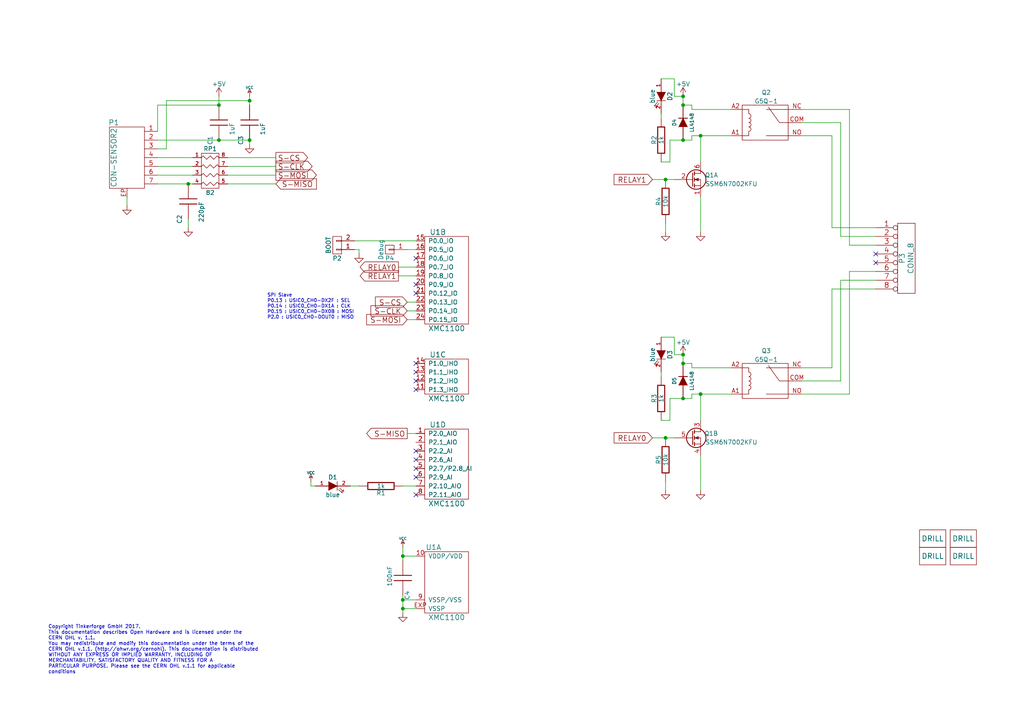
<source format=kicad_sch>
(kicad_sch (version 20211123) (generator eeschema)

  (uuid f9fb0cb1-6bfe-4b8b-9a9a-0ab25184c1f1)

  (paper "A4")

  (title_block
    (title "Industrial Dual Relay")
    (date "2017-12-06")
    (rev "1.0")
    (company "Tinkerforge GmbH")
    (comment 1 "Licensed under CERN OHL v.1.1")
    (comment 2 "Copyright (©) 2017, B.Nordmeyer <bastian@tinkerforge.com>")
  )

  (lib_symbols
    (symbol "tinkerforge:+5V" (power) (pin_names (offset 0)) (in_bom yes) (on_board yes)
      (property "Reference" "#PWR" (id 0) (at 0 -3.81 0)
        (effects (font (size 1.27 1.27)) hide)
      )
      (property "Value" "+5V" (id 1) (at 0 3.556 0)
        (effects (font (size 1.27 1.27)))
      )
      (property "Footprint" "" (id 2) (at 0 0 0)
        (effects (font (size 1.27 1.27)))
      )
      (property "Datasheet" "" (id 3) (at 0 0 0)
        (effects (font (size 1.27 1.27)))
      )
      (symbol "+5V_0_1"
        (polyline
          (pts
            (xy -0.762 1.27)
            (xy 0 2.54)
          )
          (stroke (width 0) (type default) (color 0 0 0 0))
          (fill (type none))
        )
        (polyline
          (pts
            (xy 0 0)
            (xy 0 2.54)
          )
          (stroke (width 0) (type default) (color 0 0 0 0))
          (fill (type none))
        )
        (polyline
          (pts
            (xy 0 2.54)
            (xy 0.762 1.27)
          )
          (stroke (width 0) (type default) (color 0 0 0 0))
          (fill (type none))
        )
      )
      (symbol "+5V_1_1"
        (pin power_in line (at 0 0 90) (length 0) hide
          (name "+5V" (effects (font (size 1.27 1.27))))
          (number "1" (effects (font (size 1.27 1.27))))
        )
      )
    )
    (symbol "tinkerforge:C" (pin_numbers hide) (pin_names (offset 0.254)) (in_bom yes) (on_board yes)
      (property "Reference" "C" (id 0) (at 1.27 2.54 0)
        (effects (font (size 1.27 1.27)) (justify left))
      )
      (property "Value" "C" (id 1) (at 1.27 -2.54 0)
        (effects (font (size 1.27 1.27)) (justify left))
      )
      (property "Footprint" "" (id 2) (at 0 0 0)
        (effects (font (size 1.524 1.524)))
      )
      (property "Datasheet" "" (id 3) (at 0 0 0)
        (effects (font (size 1.524 1.524)))
      )
      (property "ki_fp_filters" "SM* C? C1-1" (id 4) (at 0 0 0)
        (effects (font (size 1.27 1.27)) hide)
      )
      (symbol "C_0_1"
        (polyline
          (pts
            (xy -2.54 -0.762)
            (xy 2.54 -0.762)
          )
          (stroke (width 0.254) (type default) (color 0 0 0 0))
          (fill (type none))
        )
        (polyline
          (pts
            (xy -2.54 0.762)
            (xy 2.54 0.762)
          )
          (stroke (width 0.254) (type default) (color 0 0 0 0))
          (fill (type none))
        )
      )
      (symbol "C_1_1"
        (pin passive line (at 0 5.08 270) (length 4.318)
          (name "~" (effects (font (size 1.016 1.016))))
          (number "1" (effects (font (size 1.016 1.016))))
        )
        (pin passive line (at 0 -5.08 90) (length 4.318)
          (name "~" (effects (font (size 1.016 1.016))))
          (number "2" (effects (font (size 1.016 1.016))))
        )
      )
    )
    (symbol "tinkerforge:CON-SENSOR2" (pin_names (offset 1.016)) (in_bom yes) (on_board yes)
      (property "Reference" "P" (id 0) (at -3.81 10.16 0)
        (effects (font (size 1.524 1.524)))
      )
      (property "Value" "CON-SENSOR2" (id 1) (at 3.81 0 90)
        (effects (font (size 1.524 1.524)))
      )
      (property "Footprint" "" (id 2) (at 2.54 -3.81 0)
        (effects (font (size 1.524 1.524)))
      )
      (property "Datasheet" "" (id 3) (at 2.54 -3.81 0)
        (effects (font (size 1.524 1.524)))
      )
      (property "ki_fp_filters" "CON-SENSOR2" (id 4) (at 0 0 0)
        (effects (font (size 1.27 1.27)) hide)
      )
      (symbol "CON-SENSOR2_0_1"
        (rectangle (start -5.08 8.89) (end 5.08 -8.89)
          (stroke (width 0) (type default) (color 0 0 0 0))
          (fill (type none))
        )
      )
      (symbol "CON-SENSOR2_1_1"
        (pin passive line (at -8.89 7.62 0) (length 3.81)
          (name "~" (effects (font (size 1.27 1.27))))
          (number "1" (effects (font (size 1.27 1.27))))
        )
        (pin passive line (at -8.89 5.08 0) (length 3.81)
          (name "~" (effects (font (size 1.27 1.27))))
          (number "2" (effects (font (size 1.27 1.27))))
        )
        (pin passive line (at -8.89 2.54 0) (length 3.81)
          (name "~" (effects (font (size 1.27 1.27))))
          (number "3" (effects (font (size 1.27 1.27))))
        )
        (pin passive line (at -8.89 0 0) (length 3.81)
          (name "~" (effects (font (size 1.27 1.27))))
          (number "4" (effects (font (size 1.27 1.27))))
        )
        (pin passive line (at -8.89 -2.54 0) (length 3.81)
          (name "~" (effects (font (size 1.27 1.27))))
          (number "5" (effects (font (size 1.27 1.27))))
        )
        (pin passive line (at -8.89 -5.08 0) (length 3.81)
          (name "~" (effects (font (size 1.27 1.27))))
          (number "6" (effects (font (size 1.27 1.27))))
        )
        (pin passive line (at -8.89 -7.62 0) (length 3.81)
          (name "~" (effects (font (size 1.27 1.27))))
          (number "7" (effects (font (size 1.27 1.27))))
        )
        (pin passive line (at 0 -11.43 90) (length 2.54)
          (name "~" (effects (font (size 1.27 1.27))))
          (number "EP" (effects (font (size 1.27 1.27))))
        )
      )
    )
    (symbol "tinkerforge:CONN_01X01" (pin_names (offset 1.016) hide) (in_bom yes) (on_board yes)
      (property "Reference" "P" (id 0) (at 0 2.54 0)
        (effects (font (size 1.27 1.27)))
      )
      (property "Value" "CONN_01X01" (id 1) (at 2.54 0 90)
        (effects (font (size 1.27 1.27)))
      )
      (property "Footprint" "" (id 2) (at 0 0 0)
        (effects (font (size 1.27 1.27)))
      )
      (property "Datasheet" "" (id 3) (at 0 0 0)
        (effects (font (size 1.27 1.27)))
      )
      (property "ki_description" "Connector 01x01" (id 4) (at 0 0 0)
        (effects (font (size 1.27 1.27)) hide)
      )
      (property "ki_fp_filters" "Pin_Header_Straight_1X01 Pin_Header_Angled_1X01 Socket_Strip_Straight_1X01 Socket_Strip_Angled_1X01" (id 5) (at 0 0 0)
        (effects (font (size 1.27 1.27)) hide)
      )
      (symbol "CONN_01X01_0_1"
        (rectangle (start -1.27 0.127) (end 0.254 -0.127)
          (stroke (width 0) (type default) (color 0 0 0 0))
          (fill (type none))
        )
        (rectangle (start -1.27 1.27) (end 1.27 -1.27)
          (stroke (width 0) (type default) (color 0 0 0 0))
          (fill (type none))
        )
      )
      (symbol "CONN_01X01_1_1"
        (pin passive line (at -5.08 0 0) (length 3.81)
          (name "P1" (effects (font (size 1.27 1.27))))
          (number "1" (effects (font (size 1.27 1.27))))
        )
      )
    )
    (symbol "tinkerforge:CONN_01X02" (pin_names (offset 1.016) hide) (in_bom yes) (on_board yes)
      (property "Reference" "P" (id 0) (at 0 3.81 0)
        (effects (font (size 1.27 1.27)))
      )
      (property "Value" "CONN_01X02" (id 1) (at 2.54 0 90)
        (effects (font (size 1.27 1.27)))
      )
      (property "Footprint" "" (id 2) (at 0 0 0)
        (effects (font (size 1.27 1.27)))
      )
      (property "Datasheet" "" (id 3) (at 0 0 0)
        (effects (font (size 1.27 1.27)))
      )
      (property "ki_description" "Connector 01x02" (id 4) (at 0 0 0)
        (effects (font (size 1.27 1.27)) hide)
      )
      (property "ki_fp_filters" "Pin_Header_Straight_1X02 Pin_Header_Angled_1X02 Socket_Strip_Straight_1X02 Socket_Strip_Angled_1X02" (id 5) (at 0 0 0)
        (effects (font (size 1.27 1.27)) hide)
      )
      (symbol "CONN_01X02_0_1"
        (rectangle (start -1.27 -1.143) (end 0.254 -1.397)
          (stroke (width 0) (type default) (color 0 0 0 0))
          (fill (type none))
        )
        (rectangle (start -1.27 1.397) (end 0.254 1.143)
          (stroke (width 0) (type default) (color 0 0 0 0))
          (fill (type none))
        )
        (rectangle (start -1.27 2.54) (end 1.27 -2.54)
          (stroke (width 0) (type default) (color 0 0 0 0))
          (fill (type none))
        )
      )
      (symbol "CONN_01X02_1_1"
        (pin passive line (at -5.08 1.27 0) (length 3.81)
          (name "P1" (effects (font (size 1.27 1.27))))
          (number "1" (effects (font (size 1.27 1.27))))
        )
        (pin passive line (at -5.08 -1.27 0) (length 3.81)
          (name "P2" (effects (font (size 1.27 1.27))))
          (number "2" (effects (font (size 1.27 1.27))))
        )
      )
    )
    (symbol "tinkerforge:CONN_8" (pin_names (offset 0.762) hide) (in_bom yes) (on_board yes)
      (property "Reference" "P" (id 0) (at -1.27 0 90)
        (effects (font (size 1.524 1.524)))
      )
      (property "Value" "CONN_8" (id 1) (at 1.27 0 90)
        (effects (font (size 1.524 1.524)))
      )
      (property "Footprint" "" (id 2) (at 0 2.54 0)
        (effects (font (size 1.524 1.524)))
      )
      (property "Datasheet" "" (id 3) (at 0 2.54 0)
        (effects (font (size 1.524 1.524)))
      )
      (symbol "CONN_8_0_1"
        (rectangle (start -2.54 10.16) (end 2.54 -10.16)
          (stroke (width 0) (type default) (color 0 0 0 0))
          (fill (type none))
        )
      )
      (symbol "CONN_8_1_1"
        (pin passive inverted (at -8.89 8.89 0) (length 6.35)
          (name "1" (effects (font (size 1.524 1.524))))
          (number "1" (effects (font (size 1.524 1.524))))
        )
        (pin passive inverted (at -8.89 6.35 0) (length 6.35)
          (name "2" (effects (font (size 1.524 1.524))))
          (number "2" (effects (font (size 1.524 1.524))))
        )
        (pin passive inverted (at -8.89 3.81 0) (length 6.35)
          (name "3" (effects (font (size 1.524 1.524))))
          (number "3" (effects (font (size 1.524 1.524))))
        )
        (pin passive inverted (at -8.89 1.27 0) (length 6.35)
          (name "4" (effects (font (size 1.524 1.524))))
          (number "4" (effects (font (size 1.524 1.524))))
        )
        (pin passive inverted (at -8.89 -1.27 0) (length 6.35)
          (name "5" (effects (font (size 1.524 1.524))))
          (number "5" (effects (font (size 1.524 1.524))))
        )
        (pin passive inverted (at -8.89 -3.81 0) (length 6.35)
          (name "6" (effects (font (size 1.524 1.524))))
          (number "6" (effects (font (size 1.524 1.524))))
        )
        (pin passive inverted (at -8.89 -6.35 0) (length 6.35)
          (name "~" (effects (font (size 1.524 1.524))))
          (number "7" (effects (font (size 1.524 1.524))))
        )
        (pin passive inverted (at -8.89 -8.89 0) (length 6.35)
          (name "~" (effects (font (size 1.524 1.524))))
          (number "8" (effects (font (size 1.524 1.524))))
        )
      )
    )
    (symbol "tinkerforge:DIODE" (pin_numbers hide) (pin_names (offset 1.016) hide) (in_bom yes) (on_board yes)
      (property "Reference" "D" (id 0) (at 0 2.54 0)
        (effects (font (size 1.016 1.016)))
      )
      (property "Value" "DIODE" (id 1) (at 0 -2.54 0)
        (effects (font (size 1.016 1.016)))
      )
      (property "Footprint" "" (id 2) (at 0 0 0)
        (effects (font (size 1.524 1.524)))
      )
      (property "Datasheet" "" (id 3) (at 0 0 0)
        (effects (font (size 1.524 1.524)))
      )
      (property "ki_fp_filters" "D? S*" (id 4) (at 0 0 0)
        (effects (font (size 1.27 1.27)) hide)
      )
      (symbol "DIODE_0_1"
        (polyline
          (pts
            (xy 1.27 1.27)
            (xy 1.27 -1.27)
          )
          (stroke (width 0.254) (type default) (color 0 0 0 0))
          (fill (type none))
        )
        (polyline
          (pts
            (xy -1.27 1.27)
            (xy 1.27 0)
            (xy -1.27 -1.27)
          )
          (stroke (width 0) (type default) (color 0 0 0 0))
          (fill (type outline))
        )
      )
      (symbol "DIODE_1_1"
        (pin passive line (at -5.08 0 0) (length 3.81)
          (name "A" (effects (font (size 1.016 1.016))))
          (number "1" (effects (font (size 1.016 1.016))))
        )
        (pin passive line (at 5.08 0 180) (length 3.81)
          (name "K" (effects (font (size 1.016 1.016))))
          (number "2" (effects (font (size 1.016 1.016))))
        )
      )
    )
    (symbol "tinkerforge:DRILL" (pin_numbers hide) (pin_names (offset 0) hide) (in_bom yes) (on_board yes)
      (property "Reference" "" (id 0) (at 0 0 0)
        (effects (font (size 1.524 1.524)) hide)
      )
      (property "Value" "DRILL" (id 1) (at 0 0 0)
        (effects (font (size 1.524 1.524)))
      )
      (property "Footprint" "" (id 2) (at 0 0 0)
        (effects (font (size 1.524 1.524)))
      )
      (property "Datasheet" "" (id 3) (at 0 0 0)
        (effects (font (size 1.524 1.524)))
      )
      (symbol "DRILL_0_1"
        (rectangle (start -3.81 2.54) (end 3.81 -2.54)
          (stroke (width 0) (type default) (color 0 0 0 0))
          (fill (type none))
        )
      )
    )
    (symbol "tinkerforge:DUAL_MOSFET_N_CH" (pin_names (offset 0) hide) (in_bom yes) (on_board yes)
      (property "Reference" "Q" (id 0) (at 7.62 1.27 0)
        (effects (font (size 1.27 1.27)) (justify right))
      )
      (property "Value" "DUAL_MOSFET_N_CH" (id 1) (at 22.86 -1.27 0)
        (effects (font (size 1.27 1.27)) (justify right))
      )
      (property "Footprint" "" (id 2) (at 5.08 2.54 0)
        (effects (font (size 1.27 1.27)))
      )
      (property "Datasheet" "" (id 3) (at 0 0 0)
        (effects (font (size 1.27 1.27)))
      )
      (property "ki_keywords" "nmos n-mos n-mosfet transistor" (id 4) (at 0 0 0)
        (effects (font (size 1.27 1.27)) hide)
      )
      (property "ki_description" "Transistor N-MOSFET" (id 5) (at 0 0 0)
        (effects (font (size 1.27 1.27)) hide)
      )
      (symbol "DUAL_MOSFET_N_CH_0_1"
        (polyline
          (pts
            (xy 0.762 -1.778)
            (xy 2.54 -1.778)
          )
          (stroke (width 0) (type default) (color 0 0 0 0))
          (fill (type none))
        )
        (polyline
          (pts
            (xy 0.762 -1.27)
            (xy 0.762 -2.286)
          )
          (stroke (width 0.254) (type default) (color 0 0 0 0))
          (fill (type none))
        )
        (polyline
          (pts
            (xy 0.762 0)
            (xy 2.54 0)
          )
          (stroke (width 0) (type default) (color 0 0 0 0))
          (fill (type none))
        )
        (polyline
          (pts
            (xy 0.762 0.508)
            (xy 0.762 -0.508)
          )
          (stroke (width 0.254) (type default) (color 0 0 0 0))
          (fill (type none))
        )
        (polyline
          (pts
            (xy 0.762 1.778)
            (xy 2.54 1.778)
          )
          (stroke (width 0) (type default) (color 0 0 0 0))
          (fill (type none))
        )
        (polyline
          (pts
            (xy 0.762 2.286)
            (xy 0.762 1.27)
          )
          (stroke (width 0.254) (type default) (color 0 0 0 0))
          (fill (type none))
        )
        (polyline
          (pts
            (xy 2.54 -1.778)
            (xy 2.54 -2.54)
          )
          (stroke (width 0) (type default) (color 0 0 0 0))
          (fill (type none))
        )
        (polyline
          (pts
            (xy 2.54 -1.778)
            (xy 2.54 0)
          )
          (stroke (width 0) (type default) (color 0 0 0 0))
          (fill (type none))
        )
        (polyline
          (pts
            (xy 2.54 2.54)
            (xy 2.54 1.778)
          )
          (stroke (width 0) (type default) (color 0 0 0 0))
          (fill (type none))
        )
        (polyline
          (pts
            (xy 0.254 1.905)
            (xy 0.254 -1.905)
            (xy 0.254 -1.905)
          )
          (stroke (width 0.254) (type default) (color 0 0 0 0))
          (fill (type none))
        )
        (polyline
          (pts
            (xy 0.889 0)
            (xy 1.905 0.381)
            (xy 1.905 -0.381)
            (xy 0.889 0)
          )
          (stroke (width 0) (type default) (color 0 0 0 0))
          (fill (type outline))
        )
        (circle (center 1.27 0) (radius 2.8194)
          (stroke (width 0.254) (type default) (color 0 0 0 0))
          (fill (type none))
        )
      )
      (symbol "DUAL_MOSFET_N_CH_1_1"
        (pin passive line (at 2.54 -5.08 90) (length 2.54)
          (name "S1" (effects (font (size 1.27 1.27))))
          (number "1" (effects (font (size 1.27 1.27))))
        )
        (pin input line (at -5.08 0 0) (length 5.334)
          (name "G1" (effects (font (size 1.27 1.27))))
          (number "2" (effects (font (size 1.27 1.27))))
        )
        (pin passive line (at 2.54 5.08 270) (length 2.54)
          (name "D1" (effects (font (size 1.27 1.27))))
          (number "6" (effects (font (size 1.27 1.27))))
        )
      )
      (symbol "DUAL_MOSFET_N_CH_2_1"
        (pin passive line (at 2.54 5.08 270) (length 2.54)
          (name "D2" (effects (font (size 1.27 1.27))))
          (number "3" (effects (font (size 1.27 1.27))))
        )
        (pin passive line (at 2.54 -5.08 90) (length 2.54)
          (name "S2" (effects (font (size 1.27 1.27))))
          (number "4" (effects (font (size 1.27 1.27))))
        )
        (pin input line (at -5.08 0 0) (length 5.334)
          (name "G2" (effects (font (size 1.27 1.27))))
          (number "5" (effects (font (size 1.27 1.27))))
        )
      )
    )
    (symbol "tinkerforge:G5Q-1" (in_bom yes) (on_board yes)
      (property "Reference" "Q" (id 0) (at -0.635 6.35 0)
        (effects (font (size 1.27 1.27)))
      )
      (property "Value" "G5Q-1" (id 1) (at 0 0.635 0)
        (effects (font (size 1.27 1.27)))
      )
      (property "Footprint" "" (id 2) (at 0 0 0)
        (effects (font (size 1.27 1.27)) hide)
      )
      (property "Datasheet" "" (id 3) (at 0 0 0)
        (effects (font (size 1.27 1.27)) hide)
      )
      (symbol "G5Q-1_0_1"
        (rectangle (start -6.985 5.08) (end 6.35 -5.08)
          (stroke (width 0.1524) (type default) (color 0 0 0 0))
          (fill (type none))
        )
        (arc (start -5.0214 -2.54) (mid -4.4423 -1.905) (end -5.0214 -1.27)
          (stroke (width 0.1524) (type default) (color 0 0 0 0))
          (fill (type none))
        )
        (arc (start -5.0214 -1.27) (mid -4.4423 -0.635) (end -5.0214 0)
          (stroke (width 0.1524) (type default) (color 0 0 0 0))
          (fill (type none))
        )
        (arc (start -5.0214 0) (mid -4.4423 0.635) (end -5.0214 1.27)
          (stroke (width 0.1524) (type default) (color 0 0 0 0))
          (fill (type none))
        )
        (arc (start -5.0214 1.27) (mid -4.4423 1.905) (end -5.0214 2.54)
          (stroke (width 0.1524) (type default) (color 0 0 0 0))
          (fill (type none))
        )
        (polyline
          (pts
            (xy -7.62 -3.81)
            (xy -5.08 -3.81)
          )
          (stroke (width 0.1524) (type default) (color 0 0 0 0))
          (fill (type none))
        )
        (polyline
          (pts
            (xy -7.62 3.81)
            (xy -5.08 3.81)
          )
          (stroke (width 0.1524) (type default) (color 0 0 0 0))
          (fill (type none))
        )
        (polyline
          (pts
            (xy -5.08 -3.81)
            (xy -5.08 -2.54)
          )
          (stroke (width 0.1524) (type default) (color 0 0 0 0))
          (fill (type none))
        )
        (polyline
          (pts
            (xy -5.08 3.81)
            (xy -5.08 2.54)
          )
          (stroke (width 0.1524) (type default) (color 0 0 0 0))
          (fill (type none))
        )
        (polyline
          (pts
            (xy -5.08 3.81)
            (xy -5.08 3.81)
          )
          (stroke (width 0.1524) (type default) (color 0 0 0 0))
          (fill (type none))
        )
        (polyline
          (pts
            (xy 7.62 -3.81)
            (xy 0 -3.81)
          )
          (stroke (width 0.1524) (type default) (color 0 0 0 0))
          (fill (type none))
        )
        (polyline
          (pts
            (xy 7.62 3.81)
            (xy 0 3.81)
          )
          (stroke (width 0.1524) (type default) (color 0 0 0 0))
          (fill (type none))
        )
        (polyline
          (pts
            (xy 7.62 0)
            (xy 3.81 0)
            (xy 0.635 -4.445)
          )
          (stroke (width 0.1524) (type default) (color 0 0 0 0))
          (fill (type none))
        )
      )
      (symbol "G5Q-1_1_1"
        (pin input line (at -10.16 3.81 0) (length 2.54)
          (name "" (effects (font (size 1.27 1.27))))
          (number "A1" (effects (font (size 1.27 1.27))))
        )
        (pin input line (at -10.16 -3.81 0) (length 2.54)
          (name "" (effects (font (size 1.27 1.27))))
          (number "A2" (effects (font (size 1.27 1.27))))
        )
        (pin input line (at 10.16 0 180) (length 2.54)
          (name "" (effects (font (size 1.27 1.27))))
          (number "COM" (effects (font (size 1.27 1.27))))
        )
        (pin input line (at 10.16 -3.81 180) (length 2.54)
          (name "" (effects (font (size 1.27 1.27))))
          (number "NC" (effects (font (size 1.27 1.27))))
        )
        (pin input line (at 10.16 3.81 180) (length 2.54)
          (name "" (effects (font (size 1.27 1.27))))
          (number "NO" (effects (font (size 1.27 1.27))))
        )
      )
    )
    (symbol "tinkerforge:GND" (power) (pin_names (offset 0)) (in_bom yes) (on_board yes)
      (property "Reference" "#PWR" (id 0) (at 0 -6.35 0)
        (effects (font (size 1.27 1.27)) hide)
      )
      (property "Value" "GND" (id 1) (at 0 -5.08 0)
        (effects (font (size 1.27 1.27)))
      )
      (property "Footprint" "" (id 2) (at 0 0 0)
        (effects (font (size 1.27 1.27)))
      )
      (property "Datasheet" "" (id 3) (at 0 0 0)
        (effects (font (size 1.27 1.27)))
      )
      (symbol "GND_0_1"
        (polyline
          (pts
            (xy 0 0)
            (xy 0 -1.27)
            (xy 1.27 -1.27)
            (xy 0 -2.54)
            (xy -1.27 -1.27)
            (xy 0 -1.27)
          )
          (stroke (width 0) (type default) (color 0 0 0 0))
          (fill (type none))
        )
      )
      (symbol "GND_1_1"
        (pin power_in line (at 0 0 270) (length 0) hide
          (name "GND" (effects (font (size 1.27 1.27))))
          (number "1" (effects (font (size 1.27 1.27))))
        )
      )
    )
    (symbol "tinkerforge:LED" (pin_names (offset 1.016) hide) (in_bom yes) (on_board yes)
      (property "Reference" "D" (id 0) (at 0 2.54 0)
        (effects (font (size 1.27 1.27)))
      )
      (property "Value" "LED" (id 1) (at 0 -2.54 0)
        (effects (font (size 1.27 1.27)))
      )
      (property "Footprint" "" (id 2) (at 0 0 0)
        (effects (font (size 1.27 1.27)))
      )
      (property "Datasheet" "" (id 3) (at 0 0 0)
        (effects (font (size 1.27 1.27)))
      )
      (property "ki_keywords" "LED" (id 4) (at 0 0 0)
        (effects (font (size 1.27 1.27)) hide)
      )
      (property "ki_fp_filters" "LED-3MM LED-5MM LED-10MM LED-0603 LED-0805 LED-1206 LEDV" (id 5) (at 0 0 0)
        (effects (font (size 1.27 1.27)) hide)
      )
      (symbol "LED_0_1"
        (polyline
          (pts
            (xy 1.27 1.27)
            (xy 1.27 -1.27)
          )
          (stroke (width 0) (type default) (color 0 0 0 0))
          (fill (type none))
        )
        (polyline
          (pts
            (xy -1.27 1.27)
            (xy 1.27 0)
            (xy -1.27 -1.27)
          )
          (stroke (width 0) (type default) (color 0 0 0 0))
          (fill (type outline))
        )
        (polyline
          (pts
            (xy 1.651 -1.016)
            (xy 2.794 -2.032)
            (xy 2.667 -1.397)
          )
          (stroke (width 0) (type default) (color 0 0 0 0))
          (fill (type none))
        )
        (polyline
          (pts
            (xy 2.032 -0.635)
            (xy 3.175 -1.651)
            (xy 3.048 -1.016)
          )
          (stroke (width 0) (type default) (color 0 0 0 0))
          (fill (type none))
        )
      )
      (symbol "LED_1_1"
        (pin passive line (at -5.08 0 0) (length 3.81)
          (name "A" (effects (font (size 1.016 1.016))))
          (number "1" (effects (font (size 1.016 1.016))))
        )
        (pin passive line (at 5.08 0 180) (length 3.81)
          (name "K" (effects (font (size 1.016 1.016))))
          (number "2" (effects (font (size 1.016 1.016))))
        )
      )
    )
    (symbol "tinkerforge:R" (pin_numbers hide) (pin_names (offset 0)) (in_bom yes) (on_board yes)
      (property "Reference" "R" (id 0) (at 2.032 0 90)
        (effects (font (size 1.27 1.27)))
      )
      (property "Value" "R" (id 1) (at 0 0 90)
        (effects (font (size 1.27 1.27)))
      )
      (property "Footprint" "" (id 2) (at 0 0 0)
        (effects (font (size 1.524 1.524)))
      )
      (property "Datasheet" "" (id 3) (at 0 0 0)
        (effects (font (size 1.524 1.524)))
      )
      (property "ki_fp_filters" "R? SM0603 SM0805 R?-*" (id 4) (at 0 0 0)
        (effects (font (size 1.27 1.27)) hide)
      )
      (symbol "R_0_1"
        (rectangle (start -1.016 3.81) (end 1.016 -3.81)
          (stroke (width 0.3048) (type default) (color 0 0 0 0))
          (fill (type none))
        )
      )
      (symbol "R_1_1"
        (pin passive line (at 0 6.35 270) (length 2.54)
          (name "~" (effects (font (size 1.524 1.524))))
          (number "1" (effects (font (size 1.524 1.524))))
        )
        (pin passive line (at 0 -6.35 90) (length 2.54)
          (name "~" (effects (font (size 1.524 1.524))))
          (number "2" (effects (font (size 1.524 1.524))))
        )
      )
    )
    (symbol "tinkerforge:R_PACK4" (pin_names hide) (in_bom yes) (on_board yes)
      (property "Reference" "RP" (id 0) (at 0 11.43 0)
        (effects (font (size 1.27 1.27)))
      )
      (property "Value" "R_PACK4" (id 1) (at 0 -1.27 0)
        (effects (font (size 1.27 1.27)))
      )
      (property "Footprint" "" (id 2) (at 0 0 0)
        (effects (font (size 1.27 1.27)))
      )
      (property "Datasheet" "" (id 3) (at 0 0 0)
        (effects (font (size 1.27 1.27)))
      )
      (property "ki_keywords" "R DEV" (id 4) (at 0 0 0)
        (effects (font (size 1.27 1.27)) hide)
      )
      (property "ki_description" "4 resistors Pack" (id 5) (at 0 0 0)
        (effects (font (size 1.27 1.27)) hide)
      )
      (symbol "R_PACK4_0_1"
        (polyline
          (pts
            (xy -2.54 10.16)
            (xy -2.54 0)
            (xy 2.54 0)
            (xy 2.54 10.16)
            (xy -2.54 10.16)
          )
          (stroke (width 0) (type default) (color 0 0 0 0))
          (fill (type none))
        )
        (polyline
          (pts
            (xy -2.54 1.27)
            (xy -2.032 1.778)
            (xy -1.016 0.762)
            (xy 0 1.778)
            (xy 1.016 0.762)
            (xy 2.032 1.778)
            (xy 2.54 1.27)
          )
          (stroke (width 0) (type default) (color 0 0 0 0))
          (fill (type none))
        )
        (polyline
          (pts
            (xy -2.54 3.81)
            (xy -2.032 4.318)
            (xy -1.016 3.302)
            (xy 0 4.318)
            (xy 1.016 3.302)
            (xy 2.032 4.318)
            (xy 2.54 3.81)
          )
          (stroke (width 0) (type default) (color 0 0 0 0))
          (fill (type none))
        )
        (polyline
          (pts
            (xy -2.54 6.35)
            (xy -2.032 6.858)
            (xy -1.016 5.842)
            (xy 0 6.858)
            (xy 1.016 5.842)
            (xy 2.032 6.858)
            (xy 2.54 6.35)
          )
          (stroke (width 0) (type default) (color 0 0 0 0))
          (fill (type none))
        )
        (polyline
          (pts
            (xy -2.54 8.89)
            (xy -2.032 9.398)
            (xy -1.016 8.382)
            (xy 0 9.398)
            (xy 1.016 8.382)
            (xy 2.032 9.398)
            (xy 2.54 8.89)
          )
          (stroke (width 0) (type default) (color 0 0 0 0))
          (fill (type none))
        )
      )
      (symbol "R_PACK4_1_1"
        (pin passive line (at -5.08 8.89 0) (length 2.54)
          (name "P1" (effects (font (size 1.016 1.016))))
          (number "1" (effects (font (size 1.016 1.016))))
        )
        (pin passive line (at -5.08 6.35 0) (length 2.54)
          (name "P2" (effects (font (size 1.016 1.016))))
          (number "2" (effects (font (size 1.016 1.016))))
        )
        (pin passive line (at -5.08 3.81 0) (length 2.54)
          (name "P3" (effects (font (size 1.016 1.016))))
          (number "3" (effects (font (size 1.016 1.016))))
        )
        (pin passive line (at -5.08 1.27 0) (length 2.54)
          (name "P4" (effects (font (size 1.016 1.016))))
          (number "4" (effects (font (size 1.016 1.016))))
        )
        (pin passive line (at 5.08 1.27 180) (length 2.54)
          (name "R4" (effects (font (size 1.016 1.016))))
          (number "5" (effects (font (size 1.016 1.016))))
        )
        (pin passive line (at 5.08 3.81 180) (length 2.54)
          (name "R3" (effects (font (size 1.016 1.016))))
          (number "6" (effects (font (size 1.016 1.016))))
        )
        (pin passive line (at 5.08 6.35 180) (length 2.54)
          (name "R2" (effects (font (size 1.016 1.016))))
          (number "7" (effects (font (size 1.016 1.016))))
        )
        (pin passive line (at 5.08 8.89 180) (length 2.54)
          (name "R1" (effects (font (size 1.016 1.016))))
          (number "8" (effects (font (size 1.016 1.016))))
        )
      )
    )
    (symbol "tinkerforge:VCC" (power) (pin_names (offset 0)) (in_bom yes) (on_board yes)
      (property "Reference" "#PWR" (id 0) (at 0 2.54 0)
        (effects (font (size 1.016 1.016)) hide)
      )
      (property "Value" "VCC" (id 1) (at 0 3.175 0)
        (effects (font (size 1.016 1.016)))
      )
      (property "Footprint" "" (id 2) (at 0 0 0)
        (effects (font (size 1.524 1.524)))
      )
      (property "Datasheet" "" (id 3) (at 0 0 0)
        (effects (font (size 1.524 1.524)))
      )
      (symbol "VCC_0_0"
        (pin power_in line (at 0 0 90) (length 0) hide
          (name "VCC" (effects (font (size 0.762 0.762))))
          (number "1" (effects (font (size 0.762 0.762))))
        )
      )
      (symbol "VCC_0_1"
        (polyline
          (pts
            (xy 0 1.524)
            (xy 0 0)
          )
          (stroke (width 0) (type default) (color 0 0 0 0))
          (fill (type none))
        )
        (polyline
          (pts
            (xy 0 1.524)
            (xy 0.508 1.016)
            (xy 0 2.286)
            (xy -0.508 1.016)
            (xy 0 1.524)
            (xy 0 1.524)
          )
          (stroke (width 0) (type default) (color 0 0 0 0))
          (fill (type none))
        )
      )
    )
    (symbol "tinkerforge:XMC1XXX24" (pin_names (offset 1.016)) (in_bom yes) (on_board yes)
      (property "Reference" "U" (id 0) (at -3.81 15.24 0)
        (effects (font (size 1.524 1.524)))
      )
      (property "Value" "XMC1XXX24" (id 1) (at 0 -16.51 0)
        (effects (font (size 1.524 1.524)))
      )
      (property "Footprint" "" (id 2) (at 3.81 19.05 0)
        (effects (font (size 1.524 1.524)))
      )
      (property "Datasheet" "" (id 3) (at 3.81 19.05 0)
        (effects (font (size 1.524 1.524)))
      )
      (symbol "XMC1XXX24_1_1"
        (rectangle (start -6.35 8.89) (end 6.35 -8.89)
          (stroke (width 0) (type default) (color 0 0 0 0))
          (fill (type none))
        )
        (pin passive line (at -8.89 7.62 0) (length 2.54)
          (name "VDDP/VDD" (effects (font (size 1.27 1.27))))
          (number "10" (effects (font (size 1.27 1.27))))
        )
        (pin passive line (at -8.89 -5.08 0) (length 2.54)
          (name "VSSP/VSS" (effects (font (size 1.27 1.27))))
          (number "9" (effects (font (size 1.27 1.27))))
        )
        (pin passive line (at -8.89 -7.62 0) (length 2.54)
          (name "VSSP" (effects (font (size 1.27 1.27))))
          (number "EXP" (effects (font (size 1.27 1.27))))
        )
      )
      (symbol "XMC1XXX24_2_1"
        (rectangle (start -6.35 12.7) (end 6.35 -12.7)
          (stroke (width 0) (type default) (color 0 0 0 0))
          (fill (type none))
        )
        (pin passive line (at -8.89 11.43 0) (length 2.54)
          (name "P0.0_IO" (effects (font (size 1.27 1.27))))
          (number "15" (effects (font (size 1.27 1.27))))
        )
        (pin passive line (at -8.89 8.89 0) (length 2.54)
          (name "P0.5_IO" (effects (font (size 1.27 1.27))))
          (number "16" (effects (font (size 1.27 1.27))))
        )
        (pin passive line (at -8.89 6.35 0) (length 2.54)
          (name "P0.6_IO" (effects (font (size 1.27 1.27))))
          (number "17" (effects (font (size 1.27 1.27))))
        )
        (pin passive line (at -8.89 3.81 0) (length 2.54)
          (name "P0.7_IO" (effects (font (size 1.27 1.27))))
          (number "18" (effects (font (size 1.27 1.27))))
        )
        (pin passive line (at -8.89 1.27 0) (length 2.54)
          (name "P0.8_IO" (effects (font (size 1.27 1.27))))
          (number "19" (effects (font (size 1.27 1.27))))
        )
        (pin passive line (at -8.89 -1.27 0) (length 2.54)
          (name "P0.9_IO" (effects (font (size 1.27 1.27))))
          (number "20" (effects (font (size 1.27 1.27))))
        )
        (pin passive line (at -8.89 -3.81 0) (length 2.54)
          (name "P0.12_IO" (effects (font (size 1.27 1.27))))
          (number "21" (effects (font (size 1.27 1.27))))
        )
        (pin passive line (at -8.89 -6.35 0) (length 2.54)
          (name "P0.13_IO" (effects (font (size 1.27 1.27))))
          (number "22" (effects (font (size 1.27 1.27))))
        )
        (pin passive line (at -8.89 -8.89 0) (length 2.54)
          (name "P0.14_IO" (effects (font (size 1.27 1.27))))
          (number "23" (effects (font (size 1.27 1.27))))
        )
        (pin passive line (at -8.89 -11.43 0) (length 2.54)
          (name "P0.15_IO" (effects (font (size 1.27 1.27))))
          (number "24" (effects (font (size 1.27 1.27))))
        )
      )
      (symbol "XMC1XXX24_3_1"
        (rectangle (start -6.35 5.08) (end 6.35 -5.08)
          (stroke (width 0) (type default) (color 0 0 0 0))
          (fill (type none))
        )
        (pin passive line (at -8.89 -3.81 0) (length 2.54)
          (name "P1.3_IHO" (effects (font (size 1.27 1.27))))
          (number "11" (effects (font (size 1.27 1.27))))
        )
        (pin passive line (at -8.89 -1.27 0) (length 2.54)
          (name "P1.2_IHO" (effects (font (size 1.27 1.27))))
          (number "12" (effects (font (size 1.27 1.27))))
        )
        (pin passive line (at -8.89 1.27 0) (length 2.54)
          (name "P1.1_IHO" (effects (font (size 1.27 1.27))))
          (number "13" (effects (font (size 1.27 1.27))))
        )
        (pin passive line (at -8.89 3.81 0) (length 2.54)
          (name "P1.0_IHO" (effects (font (size 1.27 1.27))))
          (number "14" (effects (font (size 1.27 1.27))))
        )
      )
      (symbol "XMC1XXX24_4_1"
        (rectangle (start -6.35 10.16) (end 6.35 -10.16)
          (stroke (width 0) (type default) (color 0 0 0 0))
          (fill (type none))
        )
        (pin passive line (at -8.89 8.89 0) (length 2.54)
          (name "P2.0_AIO" (effects (font (size 1.27 1.27))))
          (number "1" (effects (font (size 1.27 1.27))))
        )
        (pin passive line (at -8.89 6.35 0) (length 2.54)
          (name "P2.1_AIO" (effects (font (size 1.27 1.27))))
          (number "2" (effects (font (size 1.27 1.27))))
        )
        (pin passive line (at -8.89 3.81 0) (length 2.54)
          (name "P2.2_AI" (effects (font (size 1.27 1.27))))
          (number "3" (effects (font (size 1.27 1.27))))
        )
        (pin passive line (at -8.89 1.27 0) (length 2.54)
          (name "P2.6_AI" (effects (font (size 1.27 1.27))))
          (number "4" (effects (font (size 1.27 1.27))))
        )
        (pin passive line (at -8.89 -1.27 0) (length 2.54)
          (name "P2.7/P2.8_AI" (effects (font (size 1.27 1.27))))
          (number "5" (effects (font (size 1.27 1.27))))
        )
        (pin passive line (at -8.89 -3.81 0) (length 2.54)
          (name "P2.9_AI" (effects (font (size 1.27 1.27))))
          (number "6" (effects (font (size 1.27 1.27))))
        )
        (pin passive line (at -8.89 -6.35 0) (length 2.54)
          (name "P2.10_AIO" (effects (font (size 1.27 1.27))))
          (number "7" (effects (font (size 1.27 1.27))))
        )
        (pin passive line (at -8.89 -8.89 0) (length 2.54)
          (name "P2.11_AIO" (effects (font (size 1.27 1.27))))
          (number "8" (effects (font (size 1.27 1.27))))
        )
      )
    )
  )

  (junction (at 116.84 173.99) (diameter 0) (color 0 0 0 0)
    (uuid 18e15b02-5fad-4cd0-a1e4-e29911fb730a)
  )
  (junction (at 193.04 52.07) (diameter 0) (color 0 0 0 0)
    (uuid 204f3ce3-981b-4728-9a58-e1a239155776)
  )
  (junction (at 198.12 105.41) (diameter 0) (color 0 0 0 0)
    (uuid 249e7179-75ec-4b4d-8000-c5ab9367c795)
  )
  (junction (at 54.61 53.34) (diameter 0) (color 0 0 0 0)
    (uuid 24e9a812-abb7-4a8c-a383-750795907426)
  )
  (junction (at 198.12 40.64) (diameter 0) (color 0 0 0 0)
    (uuid 2bae4748-9caf-4e89-9910-8608384c835c)
  )
  (junction (at 116.84 176.53) (diameter 0) (color 0 0 0 0)
    (uuid 3d8ae239-298f-48e9-a57c-fb4463cc4364)
  )
  (junction (at 63.5 40.64) (diameter 0) (color 0 0 0 0)
    (uuid 4492364d-fa8d-484f-988a-09d781ff4181)
  )
  (junction (at 63.5 30.48) (diameter 0) (color 0 0 0 0)
    (uuid 5e14c39f-1243-4cc2-97bd-a7d8c6e83576)
  )
  (junction (at 72.39 40.64) (diameter 0) (color 0 0 0 0)
    (uuid 64e2ffda-55ac-4b50-a7f8-9a0fd53e7d82)
  )
  (junction (at 198.12 30.48) (diameter 0) (color 0 0 0 0)
    (uuid 6764358f-1b1a-4884-84b8-4118904987b5)
  )
  (junction (at 193.04 127) (diameter 0) (color 0 0 0 0)
    (uuid 7b6e430c-eb5d-43f8-8f6c-110581e47939)
  )
  (junction (at 203.2 114.3) (diameter 0) (color 0 0 0 0)
    (uuid a4eab6ec-22dc-4d64-be5b-a787ac5b9184)
  )
  (junction (at 116.84 161.29) (diameter 0) (color 0 0 0 0)
    (uuid aba7ea6a-7c12-4513-aa92-ce88919fad57)
  )
  (junction (at 203.2 39.37) (diameter 0) (color 0 0 0 0)
    (uuid aca3903b-fbfe-43d8-9da0-5bff88ace8f9)
  )
  (junction (at 198.12 27.94) (diameter 0) (color 0 0 0 0)
    (uuid c55d3723-c836-4bbb-92af-fad2280ed807)
  )
  (junction (at 198.12 115.57) (diameter 0) (color 0 0 0 0)
    (uuid e2f3491d-b1c0-4fba-93e8-220854ae3ce8)
  )
  (junction (at 72.39 29.21) (diameter 0) (color 0 0 0 0)
    (uuid eb470ae3-01b9-44cd-b894-5968d608f3f6)
  )
  (junction (at 198.12 102.87) (diameter 0) (color 0 0 0 0)
    (uuid f894b907-01cb-42c5-b201-fbbcfebad443)
  )

  (no_connect (at 120.65 107.95) (uuid 00ffcff7-4ccc-4905-9f6f-09e05f62665b))
  (no_connect (at 254 73.66) (uuid 07fc0500-701a-4657-aa06-918e9b6bc054))
  (no_connect (at 120.65 110.49) (uuid 2d353da1-cc47-4a5f-891e-c59ae0c810ec))
  (no_connect (at 120.65 138.43) (uuid 47776d2a-6086-4d3b-b125-f3dba9ddb783))
  (no_connect (at 120.65 82.55) (uuid 49a6b5b3-0ce4-4667-9ecc-6dcca6ad48e6))
  (no_connect (at 120.65 74.93) (uuid 60072cc7-4b27-49da-bacc-30ae8ddcdb0f))
  (no_connect (at 254 76.2) (uuid 627a03a5-327b-4116-8a38-55f16ec891f5))
  (no_connect (at 120.65 113.03) (uuid 68675131-c3b1-4cbd-b8e4-b311a4a46ac8))
  (no_connect (at 120.65 105.41) (uuid 6b20cdee-ea17-4360-828e-8137792e80f8))
  (no_connect (at 120.65 130.81) (uuid 73f897d8-1b31-42f1-b300-726335c1a23c))
  (no_connect (at 120.65 85.09) (uuid a2c14e06-e0ba-4666-8d12-1877e8cd05b3))
  (no_connect (at 120.65 135.89) (uuid abc2bb5e-369d-4446-9995-739ca5797e6a))
  (no_connect (at 120.65 133.35) (uuid c2c2819a-d916-4829-b286-cbf1b730d590))
  (no_connect (at 120.65 143.51) (uuid fa28ffc2-0f60-4ae7-ab69-fd706257c42c))

  (wire (pts (xy 72.39 40.64) (xy 72.39 41.91))
    (stroke (width 0) (type default) (color 0 0 0 0))
    (uuid 00e7bb31-ba58-4774-9843-55fb0d9d87a8)
  )
  (wire (pts (xy 241.3 83.82) (xy 241.3 106.68))
    (stroke (width 0) (type default) (color 0 0 0 0))
    (uuid 01efcf36-441a-427c-87b0-1a8d98516e94)
  )
  (wire (pts (xy 198.12 40.64) (xy 200.66 40.64))
    (stroke (width 0) (type default) (color 0 0 0 0))
    (uuid 05d44227-22eb-41eb-84eb-7b24a55ea61d)
  )
  (wire (pts (xy 254 68.58) (xy 243.84 68.58))
    (stroke (width 0) (type default) (color 0 0 0 0))
    (uuid 06261995-c62a-45dc-967c-df86585655f2)
  )
  (wire (pts (xy 104.14 72.39) (xy 104.14 73.66))
    (stroke (width 0) (type default) (color 0 0 0 0))
    (uuid 07256ada-8b02-48b0-be39-46571e2cd46e)
  )
  (wire (pts (xy 254 71.12) (xy 246.38 71.12))
    (stroke (width 0) (type default) (color 0 0 0 0))
    (uuid 0b5cbfa8-acd0-4d73-a492-b8230db43b47)
  )
  (wire (pts (xy 200.66 106.68) (xy 212.09 106.68))
    (stroke (width 0) (type default) (color 0 0 0 0))
    (uuid 0c005d3f-8f71-4469-b7c8-4d05a1c4ae48)
  )
  (wire (pts (xy 198.12 105.41) (xy 198.12 102.87))
    (stroke (width 0) (type default) (color 0 0 0 0))
    (uuid 1319f7ed-0f7c-40ec-a111-8cfdcd272a23)
  )
  (wire (pts (xy 72.39 27.94) (xy 72.39 29.21))
    (stroke (width 0) (type default) (color 0 0 0 0))
    (uuid 16051afa-8820-4443-b196-2dbfdc2d07a3)
  )
  (wire (pts (xy 63.5 27.94) (xy 63.5 30.48))
    (stroke (width 0) (type default) (color 0 0 0 0))
    (uuid 17478f3e-b2aa-4db0-a6db-48b78ff51d3d)
  )
  (wire (pts (xy 118.11 87.63) (xy 120.65 87.63))
    (stroke (width 0) (type default) (color 0 0 0 0))
    (uuid 17eaf84d-89c8-458a-a03d-58f5910f4ec2)
  )
  (wire (pts (xy 80.01 48.26) (xy 66.04 48.26))
    (stroke (width 0) (type default) (color 0 0 0 0))
    (uuid 1b8f0259-d696-4d1d-a3c3-a5f2321f9434)
  )
  (wire (pts (xy 36.83 59.69) (xy 36.83 57.15))
    (stroke (width 0) (type default) (color 0 0 0 0))
    (uuid 1fa02293-2b3b-4a0e-8507-3e6e53fbdfd6)
  )
  (wire (pts (xy 198.12 115.57) (xy 200.66 115.57))
    (stroke (width 0) (type default) (color 0 0 0 0))
    (uuid 2072ed08-2485-4e3a-9f28-adcb6d163ebd)
  )
  (wire (pts (xy 120.65 92.71) (xy 118.11 92.71))
    (stroke (width 0) (type default) (color 0 0 0 0))
    (uuid 215a14bb-2eae-4b8a-8320-5b9d7928f73e)
  )
  (wire (pts (xy 102.87 72.39) (xy 104.14 72.39))
    (stroke (width 0) (type default) (color 0 0 0 0))
    (uuid 21f32c10-0082-40b6-a7fd-aabc9b580dcf)
  )
  (wire (pts (xy 63.5 30.48) (xy 45.72 30.48))
    (stroke (width 0) (type default) (color 0 0 0 0))
    (uuid 27ddf0d5-1480-47b3-93a3-7daeaf7f26b2)
  )
  (wire (pts (xy 116.84 176.53) (xy 116.84 177.8))
    (stroke (width 0) (type default) (color 0 0 0 0))
    (uuid 2ee0c617-bd61-42b1-bd18-b8f4235f207d)
  )
  (wire (pts (xy 200.66 30.48) (xy 198.12 30.48))
    (stroke (width 0) (type default) (color 0 0 0 0))
    (uuid 2fc064d5-6cf1-4918-bdab-2de51ff5cb54)
  )
  (wire (pts (xy 232.41 106.68) (xy 241.3 106.68))
    (stroke (width 0) (type default) (color 0 0 0 0))
    (uuid 2ff32f9b-2261-448e-a77d-a3b8e96e5576)
  )
  (wire (pts (xy 200.66 115.57) (xy 200.66 114.3))
    (stroke (width 0) (type default) (color 0 0 0 0))
    (uuid 300568c8-144e-47fd-a2d3-6e5081deddb6)
  )
  (wire (pts (xy 45.72 48.26) (xy 55.88 48.26))
    (stroke (width 0) (type default) (color 0 0 0 0))
    (uuid 3232390e-dbf6-4045-9382-4251c35f0bfa)
  )
  (wire (pts (xy 203.2 121.92) (xy 203.2 114.3))
    (stroke (width 0) (type default) (color 0 0 0 0))
    (uuid 3493b57d-6920-4413-97e7-a5f630b1a5f5)
  )
  (wire (pts (xy 115.57 80.01) (xy 120.65 80.01))
    (stroke (width 0) (type default) (color 0 0 0 0))
    (uuid 3523e201-492d-4eb1-8372-8b752cec8302)
  )
  (wire (pts (xy 48.26 29.21) (xy 72.39 29.21))
    (stroke (width 0) (type default) (color 0 0 0 0))
    (uuid 387a3e04-1e05-4c1b-92ca-0051c7b2d301)
  )
  (wire (pts (xy 200.66 114.3) (xy 203.2 114.3))
    (stroke (width 0) (type default) (color 0 0 0 0))
    (uuid 3925ac52-f6de-4730-9585-384b5870af04)
  )
  (wire (pts (xy 200.66 31.75) (xy 200.66 30.48))
    (stroke (width 0) (type default) (color 0 0 0 0))
    (uuid 3b9fb335-3711-40a6-8f2a-6a90bc9dc208)
  )
  (wire (pts (xy 191.77 109.22) (xy 191.77 107.95))
    (stroke (width 0) (type default) (color 0 0 0 0))
    (uuid 3d6bb49e-47e0-4c3b-90f5-345c74256c7d)
  )
  (wire (pts (xy 118.11 72.39) (xy 120.65 72.39))
    (stroke (width 0) (type default) (color 0 0 0 0))
    (uuid 3f9ed506-10a8-4a66-9ca4-914207ff2758)
  )
  (wire (pts (xy 191.77 97.79) (xy 195.58 97.79))
    (stroke (width 0) (type default) (color 0 0 0 0))
    (uuid 4082e204-66f1-41c2-992b-208c92936fe3)
  )
  (wire (pts (xy 116.84 173.99) (xy 116.84 176.53))
    (stroke (width 0) (type default) (color 0 0 0 0))
    (uuid 41f3f418-1e30-4cec-9a63-8740a904846b)
  )
  (wire (pts (xy 200.66 105.41) (xy 198.12 105.41))
    (stroke (width 0) (type default) (color 0 0 0 0))
    (uuid 46c4f52a-efe4-419f-b1f5-c3cabb7c7c40)
  )
  (wire (pts (xy 243.84 110.49) (xy 232.41 110.49))
    (stroke (width 0) (type default) (color 0 0 0 0))
    (uuid 49eea4ee-6465-4df7-995f-74dd63d53d51)
  )
  (wire (pts (xy 203.2 46.99) (xy 203.2 39.37))
    (stroke (width 0) (type default) (color 0 0 0 0))
    (uuid 4b6c907e-ccf4-4db5-9c6b-73fda2503a7d)
  )
  (wire (pts (xy 203.2 39.37) (xy 212.09 39.37))
    (stroke (width 0) (type default) (color 0 0 0 0))
    (uuid 5139ac05-81b5-4320-a3cd-e11841b64fd3)
  )
  (wire (pts (xy 200.66 40.64) (xy 200.66 39.37))
    (stroke (width 0) (type default) (color 0 0 0 0))
    (uuid 55e20db4-f7fc-4571-a838-974965421d53)
  )
  (wire (pts (xy 193.04 127) (xy 195.58 127))
    (stroke (width 0) (type default) (color 0 0 0 0))
    (uuid 56ceb233-7249-4f15-9ff0-3267db09e88e)
  )
  (wire (pts (xy 66.04 50.8) (xy 80.01 50.8))
    (stroke (width 0) (type default) (color 0 0 0 0))
    (uuid 5753e180-7bde-48bc-8eb9-a98340af2073)
  )
  (wire (pts (xy 203.2 57.15) (xy 203.2 67.31))
    (stroke (width 0) (type default) (color 0 0 0 0))
    (uuid 5c002874-16b2-44c8-89d6-f2bf410ba913)
  )
  (wire (pts (xy 116.84 158.75) (xy 116.84 161.29))
    (stroke (width 0) (type default) (color 0 0 0 0))
    (uuid 5d01fc3b-fb34-4dc4-a09a-ed62a98c17f5)
  )
  (wire (pts (xy 243.84 81.28) (xy 243.84 110.49))
    (stroke (width 0) (type default) (color 0 0 0 0))
    (uuid 5dda88a9-2923-43a8-a123-8a7ad265d14d)
  )
  (wire (pts (xy 194.31 46.99) (xy 194.31 40.64))
    (stroke (width 0) (type default) (color 0 0 0 0))
    (uuid 5e93153c-d5a7-4a20-b319-939ddb9fc2ec)
  )
  (wire (pts (xy 246.38 78.74) (xy 246.38 114.3))
    (stroke (width 0) (type default) (color 0 0 0 0))
    (uuid 64dd3282-944a-4ed6-9cd5-a9fd3466420a)
  )
  (wire (pts (xy 254 78.74) (xy 246.38 78.74))
    (stroke (width 0) (type default) (color 0 0 0 0))
    (uuid 64defc67-4082-43fe-922f-9bd4d44ae03b)
  )
  (wire (pts (xy 189.23 127) (xy 193.04 127))
    (stroke (width 0) (type default) (color 0 0 0 0))
    (uuid 656164fa-bc3c-492c-aa0a-36ee54d0f6a3)
  )
  (wire (pts (xy 246.38 71.12) (xy 246.38 31.75))
    (stroke (width 0) (type default) (color 0 0 0 0))
    (uuid 65ccadee-03e6-4ca4-ab62-54193137958f)
  )
  (wire (pts (xy 54.61 63.5) (xy 54.61 66.04))
    (stroke (width 0) (type default) (color 0 0 0 0))
    (uuid 66a01ed8-4670-45af-b3e2-29312565fd81)
  )
  (wire (pts (xy 195.58 102.87) (xy 198.12 102.87))
    (stroke (width 0) (type default) (color 0 0 0 0))
    (uuid 68d05648-c674-4311-9543-16a752839387)
  )
  (wire (pts (xy 195.58 97.79) (xy 195.58 102.87))
    (stroke (width 0) (type default) (color 0 0 0 0))
    (uuid 68e4841f-faa1-4591-bac4-0704f3a6e571)
  )
  (wire (pts (xy 116.84 161.29) (xy 116.84 162.56))
    (stroke (width 0) (type default) (color 0 0 0 0))
    (uuid 6a50e0b0-9a31-49b2-b0ee-1a736d8dc9e3)
  )
  (wire (pts (xy 48.26 43.18) (xy 48.26 29.21))
    (stroke (width 0) (type default) (color 0 0 0 0))
    (uuid 75e69788-7b11-40f6-a527-ae10813d553e)
  )
  (wire (pts (xy 254 66.04) (xy 241.3 66.04))
    (stroke (width 0) (type default) (color 0 0 0 0))
    (uuid 773dbd58-6a55-4ccf-9dca-7c8847812c2a)
  )
  (wire (pts (xy 118.11 125.73) (xy 120.65 125.73))
    (stroke (width 0) (type default) (color 0 0 0 0))
    (uuid 7a68d423-a646-45a4-8872-a7a5b668390f)
  )
  (wire (pts (xy 191.77 121.92) (xy 194.31 121.92))
    (stroke (width 0) (type default) (color 0 0 0 0))
    (uuid 7adde194-07f6-428c-8945-7acc101e5b43)
  )
  (wire (pts (xy 45.72 53.34) (xy 54.61 53.34))
    (stroke (width 0) (type default) (color 0 0 0 0))
    (uuid 7c13fa62-2e90-4a2a-826f-1251a1228dce)
  )
  (wire (pts (xy 45.72 30.48) (xy 45.72 38.1))
    (stroke (width 0) (type default) (color 0 0 0 0))
    (uuid 80961298-8852-4f45-9f76-0fc8f841430a)
  )
  (wire (pts (xy 116.84 172.72) (xy 116.84 173.99))
    (stroke (width 0) (type default) (color 0 0 0 0))
    (uuid 830c66cc-d5db-4950-a902-2dfab2ab01ca)
  )
  (wire (pts (xy 193.04 142.24) (xy 193.04 139.7))
    (stroke (width 0) (type default) (color 0 0 0 0))
    (uuid 838d771a-9836-4415-aef5-655df0270828)
  )
  (wire (pts (xy 63.5 40.64) (xy 72.39 40.64))
    (stroke (width 0) (type default) (color 0 0 0 0))
    (uuid 83960a65-892e-4668-9367-5f3b36694e9d)
  )
  (wire (pts (xy 90.17 140.97) (xy 90.17 139.7))
    (stroke (width 0) (type default) (color 0 0 0 0))
    (uuid 8927aabb-31de-4f27-896a-058f8a67d2d6)
  )
  (wire (pts (xy 193.04 67.31) (xy 193.04 64.77))
    (stroke (width 0) (type default) (color 0 0 0 0))
    (uuid 8a30d7c7-233d-427d-aac8-d219d4cf48fd)
  )
  (wire (pts (xy 191.77 34.29) (xy 191.77 33.02))
    (stroke (width 0) (type default) (color 0 0 0 0))
    (uuid 8c2ea9a1-273a-4f18-a76d-71a2573fb3f2)
  )
  (wire (pts (xy 194.31 121.92) (xy 194.31 115.57))
    (stroke (width 0) (type default) (color 0 0 0 0))
    (uuid 8c5e204a-5b54-40f0-af2d-5b2eb61a05e9)
  )
  (wire (pts (xy 198.12 30.48) (xy 198.12 27.94))
    (stroke (width 0) (type default) (color 0 0 0 0))
    (uuid 8e0386cd-409e-437b-8e65-7df878d2fb61)
  )
  (wire (pts (xy 116.84 140.97) (xy 120.65 140.97))
    (stroke (width 0) (type default) (color 0 0 0 0))
    (uuid 8fe33c0c-d5d5-4ca2-b2b6-0f22591b3d74)
  )
  (wire (pts (xy 195.58 22.86) (xy 191.77 22.86))
    (stroke (width 0) (type default) (color 0 0 0 0))
    (uuid 914e80db-e902-45a9-8068-658ba42b799c)
  )
  (wire (pts (xy 72.39 29.21) (xy 72.39 30.48))
    (stroke (width 0) (type default) (color 0 0 0 0))
    (uuid 92b6df4b-01ad-4c9e-87eb-eacd44d5aba3)
  )
  (wire (pts (xy 203.2 114.3) (xy 212.09 114.3))
    (stroke (width 0) (type default) (color 0 0 0 0))
    (uuid 95922663-d416-4194-a772-a48bfa9a03a8)
  )
  (wire (pts (xy 104.14 140.97) (xy 101.6 140.97))
    (stroke (width 0) (type default) (color 0 0 0 0))
    (uuid 9676f057-1252-43f1-a63f-917feee25af3)
  )
  (wire (pts (xy 200.66 106.68) (xy 200.66 105.41))
    (stroke (width 0) (type default) (color 0 0 0 0))
    (uuid 96e8dcd1-b3ae-4ebc-a233-06da354d010c)
  )
  (wire (pts (xy 45.72 40.64) (xy 63.5 40.64))
    (stroke (width 0) (type default) (color 0 0 0 0))
    (uuid 9e687157-fbc3-46d3-8eb1-1ac963c1011a)
  )
  (wire (pts (xy 120.65 173.99) (xy 116.84 173.99))
    (stroke (width 0) (type default) (color 0 0 0 0))
    (uuid 9fbc1fcd-f844-457c-ba03-d0b590a6a006)
  )
  (wire (pts (xy 254 83.82) (xy 241.3 83.82))
    (stroke (width 0) (type default) (color 0 0 0 0))
    (uuid a622781c-e06e-415a-86d0-cf5a0bf8b8e6)
  )
  (wire (pts (xy 189.23 52.07) (xy 193.04 52.07))
    (stroke (width 0) (type default) (color 0 0 0 0))
    (uuid afa0f2b3-5a34-4fb5-bb62-647b0ae3779c)
  )
  (wire (pts (xy 232.41 39.37) (xy 241.3 39.37))
    (stroke (width 0) (type default) (color 0 0 0 0))
    (uuid b12df7a5-b4b8-45f1-87ce-11bd9e66b137)
  )
  (wire (pts (xy 193.04 52.07) (xy 195.58 52.07))
    (stroke (width 0) (type default) (color 0 0 0 0))
    (uuid b31c761e-ad49-49ba-919e-50d4c6e0f02e)
  )
  (wire (pts (xy 45.72 50.8) (xy 55.88 50.8))
    (stroke (width 0) (type default) (color 0 0 0 0))
    (uuid b64c3719-11d9-400b-9f72-64d22c6c7eb8)
  )
  (wire (pts (xy 120.65 90.17) (xy 118.11 90.17))
    (stroke (width 0) (type default) (color 0 0 0 0))
    (uuid bc3ca329-639c-419a-bc86-79f328d5b3ec)
  )
  (wire (pts (xy 232.41 31.75) (xy 246.38 31.75))
    (stroke (width 0) (type default) (color 0 0 0 0))
    (uuid bcf18f30-6673-4eaa-b074-58fb0602ea67)
  )
  (wire (pts (xy 241.3 39.37) (xy 241.3 66.04))
    (stroke (width 0) (type default) (color 0 0 0 0))
    (uuid c0357151-73f8-4034-8a04-6ee2abd438cf)
  )
  (wire (pts (xy 102.87 69.85) (xy 120.65 69.85))
    (stroke (width 0) (type default) (color 0 0 0 0))
    (uuid c29f0521-60c4-4243-8059-b7c96bc41c1f)
  )
  (wire (pts (xy 200.66 39.37) (xy 203.2 39.37))
    (stroke (width 0) (type default) (color 0 0 0 0))
    (uuid c4b20809-591d-4709-82ba-118ab854a914)
  )
  (wire (pts (xy 232.41 114.3) (xy 246.38 114.3))
    (stroke (width 0) (type default) (color 0 0 0 0))
    (uuid ca866019-d9f1-4eed-b993-bb5105eb0efc)
  )
  (wire (pts (xy 116.84 176.53) (xy 120.65 176.53))
    (stroke (width 0) (type default) (color 0 0 0 0))
    (uuid cedfe4ae-dc83-4eed-85b5-fb86b5610d2f)
  )
  (wire (pts (xy 195.58 27.94) (xy 195.58 22.86))
    (stroke (width 0) (type default) (color 0 0 0 0))
    (uuid d4b6fbd6-967f-460b-986b-bc30b41e05b3)
  )
  (wire (pts (xy 80.01 53.34) (xy 66.04 53.34))
    (stroke (width 0) (type default) (color 0 0 0 0))
    (uuid d632ef45-0e0b-4494-b3d1-5b792b6caeed)
  )
  (wire (pts (xy 115.57 77.47) (xy 120.65 77.47))
    (stroke (width 0) (type default) (color 0 0 0 0))
    (uuid d63dab9c-d73c-4653-b45c-3c4e3215fd46)
  )
  (wire (pts (xy 91.44 140.97) (xy 90.17 140.97))
    (stroke (width 0) (type default) (color 0 0 0 0))
    (uuid da985d9e-9431-4262-867a-9678074d42e9)
  )
  (wire (pts (xy 203.2 132.08) (xy 203.2 142.24))
    (stroke (width 0) (type default) (color 0 0 0 0))
    (uuid e0c85a2a-1f83-4992-82fa-94d6462764b7)
  )
  (wire (pts (xy 45.72 43.18) (xy 48.26 43.18))
    (stroke (width 0) (type default) (color 0 0 0 0))
    (uuid e6c33a2d-eaf3-4fb3-b562-b9fe27bc8e1b)
  )
  (wire (pts (xy 45.72 45.72) (xy 55.88 45.72))
    (stroke (width 0) (type default) (color 0 0 0 0))
    (uuid e8074159-9cf7-45eb-a635-0e822deae767)
  )
  (wire (pts (xy 254 81.28) (xy 243.84 81.28))
    (stroke (width 0) (type default) (color 0 0 0 0))
    (uuid ec0f64dc-fd05-4f71-89f6-8492e008652e)
  )
  (wire (pts (xy 66.04 45.72) (xy 80.01 45.72))
    (stroke (width 0) (type default) (color 0 0 0 0))
    (uuid ed59a801-9bfc-4fb1-a731-bd94694570eb)
  )
  (wire (pts (xy 194.31 40.64) (xy 198.12 40.64))
    (stroke (width 0) (type default) (color 0 0 0 0))
    (uuid ee17cc1a-b75d-42a0-b800-bad90b94480f)
  )
  (wire (pts (xy 54.61 53.34) (xy 55.88 53.34))
    (stroke (width 0) (type default) (color 0 0 0 0))
    (uuid ef13e160-7e77-4da0-8bbb-6b882b9b3c00)
  )
  (wire (pts (xy 194.31 115.57) (xy 198.12 115.57))
    (stroke (width 0) (type default) (color 0 0 0 0))
    (uuid ef99a393-cba9-4379-bace-4f0753ce2c92)
  )
  (wire (pts (xy 232.41 35.56) (xy 243.84 35.56))
    (stroke (width 0) (type default) (color 0 0 0 0))
    (uuid f007002a-f137-4b83-9068-6fb0167d53bf)
  )
  (wire (pts (xy 243.84 68.58) (xy 243.84 35.56))
    (stroke (width 0) (type default) (color 0 0 0 0))
    (uuid f12c798c-7b65-4d44-82bc-7c8df4494f09)
  )
  (wire (pts (xy 198.12 27.94) (xy 195.58 27.94))
    (stroke (width 0) (type default) (color 0 0 0 0))
    (uuid f2d50b5e-fb55-4cfa-8af3-9db424a62131)
  )
  (wire (pts (xy 191.77 46.99) (xy 194.31 46.99))
    (stroke (width 0) (type default) (color 0 0 0 0))
    (uuid f60cd9fb-8abc-4575-92cd-18dbff2b459c)
  )
  (wire (pts (xy 116.84 161.29) (xy 120.65 161.29))
    (stroke (width 0) (type default) (color 0 0 0 0))
    (uuid fd63b72e-7e61-4b79-858f-c9e8f0233499)
  )
  (wire (pts (xy 200.66 31.75) (xy 212.09 31.75))
    (stroke (width 0) (type default) (color 0 0 0 0))
    (uuid fdfc02b3-e370-4855-833a-ad5a46a3de77)
  )

  (text "Copyright Tinkerforge GmbH 2017.\nThis documentation describes Open Hardware and is licensed under the\nCERN OHL v. 1.1.\nYou may redistribute and modify this documentation under the terms of the\nCERN OHL v.1.1. (http://ohwr.org/cernohl). This documentation is distributed\nWITHOUT ANY EXPRESS OR IMPLIED WARRANTY, INCLUDING OF\nMERCHANTABILITY, SATISFACTORY QUALITY AND FITNESS FOR A\nPARTICULAR PURPOSE. Please see the CERN OHL v.1.1 for applicable\nconditions\n"
    (at 13.97 195.58 0)
    (effects (font (size 1.016 1.016)) (justify left bottom))
    (uuid 536168d0-71d9-438f-bd96-c797e87dd030)
  )
  (text "SPI Slave\nP0.13 : USIC0_CH0-DX2F : SEL\nP0.14 : USIC0_CH0-DX1A : CLK\nP0.15 : USIC0_CH0-DX0B : MOSI\nP2.0 : USIC0_CH0-DOUT0 : MISO"
    (at 77.47 92.71 0)
    (effects (font (size 0.9906 0.9906)) (justify left bottom))
    (uuid a980d49d-98d0-4906-a878-610ce5618898)
  )

  (global_label "S-CLK" (shape input) (at 118.11 90.17 180) (fields_autoplaced)
    (effects (font (size 1.524 1.524)) (justify right))
    (uuid 00358b3b-4006-47a4-907e-4b05cbbd9b89)
    (property "Intersheet References" "${INTERSHEET_REFS}" (id 0) (at 0 0 0)
      (effects (font (size 1.27 1.27)) hide)
    )
  )
  (global_label "S-MISO" (shape input) (at 80.01 53.34 0) (fields_autoplaced)
    (effects (font (size 1.524 1.524)) (justify left))
    (uuid 600fadb5-dc32-493d-a89a-ffd79a32f1f0)
    (property "Intersheet References" "${INTERSHEET_REFS}" (id 0) (at 0 0 0)
      (effects (font (size 1.27 1.27)) hide)
    )
  )
  (global_label "RELAY0" (shape input) (at 189.23 127 180) (fields_autoplaced)
    (effects (font (size 1.524 1.524)) (justify right))
    (uuid 6cdcc82a-2888-4206-abf2-531503583d71)
    (property "Intersheet References" "${INTERSHEET_REFS}" (id 0) (at 0 0 0)
      (effects (font (size 1.27 1.27)) hide)
    )
  )
  (global_label "S-MOSI" (shape input) (at 118.11 92.71 180) (fields_autoplaced)
    (effects (font (size 1.524 1.524)) (justify right))
    (uuid 6d61668d-3cb5-4688-b775-780b2f9edf71)
    (property "Intersheet References" "${INTERSHEET_REFS}" (id 0) (at 0 0 0)
      (effects (font (size 1.27 1.27)) hide)
    )
  )
  (global_label "S-MISO" (shape output) (at 118.11 125.73 180) (fields_autoplaced)
    (effects (font (size 1.524 1.524)) (justify right))
    (uuid 7b3d124c-cfb7-4082-a97e-a96634021ef5)
    (property "Intersheet References" "${INTERSHEET_REFS}" (id 0) (at 0 0 0)
      (effects (font (size 1.27 1.27)) hide)
    )
  )
  (global_label "S-CS" (shape output) (at 80.01 45.72 0) (fields_autoplaced)
    (effects (font (size 1.524 1.524)) (justify left))
    (uuid 7e140068-f766-416d-8e9d-5310e3ed490a)
    (property "Intersheet References" "${INTERSHEET_REFS}" (id 0) (at 0 0 0)
      (effects (font (size 1.27 1.27)) hide)
    )
  )
  (global_label "S-MOSI" (shape output) (at 80.01 50.8 0) (fields_autoplaced)
    (effects (font (size 1.524 1.524)) (justify left))
    (uuid 7e66b903-16ee-4880-8cc0-eb257c414a05)
    (property "Intersheet References" "${INTERSHEET_REFS}" (id 0) (at 0 0 0)
      (effects (font (size 1.27 1.27)) hide)
    )
  )
  (global_label "RELAY1" (shape output) (at 115.57 80.01 180) (fields_autoplaced)
    (effects (font (size 1.524 1.524)) (justify right))
    (uuid 8797a69a-7e1b-4c1c-a4e7-a67f02c2305d)
    (property "Intersheet References" "${INTERSHEET_REFS}" (id 0) (at 0 0 0)
      (effects (font (size 1.27 1.27)) hide)
    )
  )
  (global_label "S-CS" (shape input) (at 118.11 87.63 180) (fields_autoplaced)
    (effects (font (size 1.524 1.524)) (justify right))
    (uuid a0191ea5-01c0-467c-b0e1-2c6974b3a5d3)
    (property "Intersheet References" "${INTERSHEET_REFS}" (id 0) (at 0 0 0)
      (effects (font (size 1.27 1.27)) hide)
    )
  )
  (global_label "S-CLK" (shape output) (at 80.01 48.26 0) (fields_autoplaced)
    (effects (font (size 1.524 1.524)) (justify left))
    (uuid a093b0f6-4635-4d57-b494-04981044b646)
    (property "Intersheet References" "${INTERSHEET_REFS}" (id 0) (at 0 0 0)
      (effects (font (size 1.27 1.27)) hide)
    )
  )
  (global_label "RELAY0" (shape output) (at 115.57 77.47 180) (fields_autoplaced)
    (effects (font (size 1.524 1.524)) (justify right))
    (uuid ab682129-c031-434d-8704-14f7e388b22b)
    (property "Intersheet References" "${INTERSHEET_REFS}" (id 0) (at 0 0 0)
      (effects (font (size 1.27 1.27)) hide)
    )
  )
  (global_label "RELAY1" (shape input) (at 189.23 52.07 180) (fields_autoplaced)
    (effects (font (size 1.524 1.524)) (justify right))
    (uuid abb94c70-d975-4ba6-8f8f-0594dba10b39)
    (property "Intersheet References" "${INTERSHEET_REFS}" (id 0) (at 0 0 0)
      (effects (font (size 1.27 1.27)) hide)
    )
  )

  (symbol (lib_id "tinkerforge:CON-SENSOR2") (at 36.83 45.72 0) (mirror y) (unit 1)
    (in_bom yes) (on_board yes)
    (uuid 00000000-0000-0000-0000-00004c5fcf27)
    (property "Reference" "P1" (id 0) (at 33.02 35.56 0)
      (effects (font (size 1.524 1.524)))
    )
    (property "Value" "CON-SENSOR2" (id 1) (at 33.02 45.72 90)
      (effects (font (size 1.524 1.524)))
    )
    (property "Footprint" "kicad-libraries:CON-SENSOR2" (id 2) (at 36.83 45.72 0)
      (effects (font (size 1.524 1.524)) hide)
    )
    (property "Datasheet" "" (id 3) (at 36.83 45.72 0)
      (effects (font (size 1.524 1.524)) hide)
    )
    (pin "1" (uuid f7d32048-89c1-4968-b1bb-6aaf9f8fd67f))
    (pin "2" (uuid 9680b7db-7571-4bcd-8de0-9cc7f07280b9))
    (pin "3" (uuid d973c186-bf0e-4c2b-9b88-b777ab84895f))
    (pin "4" (uuid 9db47ddf-f094-4482-989f-d0ae65ca515b))
    (pin "5" (uuid 1f9873b9-a39f-4a3c-8758-e7a709522dac))
    (pin "6" (uuid 61192f45-2b8e-428a-ac15-cfd377b7d5a8))
    (pin "7" (uuid 9e72ecb8-aaff-4841-8fe1-4dd03594467f))
    (pin "EP" (uuid 57e39e1e-5aa6-429f-9e27-9467275adf9b))
  )

  (symbol (lib_id "tinkerforge:GND") (at 36.83 59.69 0) (unit 1)
    (in_bom yes) (on_board yes)
    (uuid 00000000-0000-0000-0000-00004c5fcf4f)
    (property "Reference" "#PWR02" (id 0) (at 36.83 59.69 0)
      (effects (font (size 0.762 0.762)) hide)
    )
    (property "Value" "GND" (id 1) (at 36.83 61.468 0)
      (effects (font (size 0.762 0.762)) hide)
    )
    (property "Footprint" "" (id 2) (at 36.83 59.69 0)
      (effects (font (size 1.524 1.524)) hide)
    )
    (property "Datasheet" "" (id 3) (at 36.83 59.69 0)
      (effects (font (size 1.524 1.524)) hide)
    )
    (pin "1" (uuid 7dea8d63-d3a9-4369-a999-41333437ed06))
  )

  (symbol (lib_id "tinkerforge:VCC") (at 72.39 27.94 0) (unit 1)
    (in_bom yes) (on_board yes)
    (uuid 00000000-0000-0000-0000-00004c5fcfb4)
    (property "Reference" "#PWR01" (id 0) (at 72.39 25.4 0)
      (effects (font (size 0.762 0.762)) hide)
    )
    (property "Value" "VCC" (id 1) (at 72.39 25.4 0)
      (effects (font (size 0.762 0.762)))
    )
    (property "Footprint" "" (id 2) (at 72.39 27.94 0)
      (effects (font (size 1.524 1.524)) hide)
    )
    (property "Datasheet" "" (id 3) (at 72.39 27.94 0)
      (effects (font (size 1.524 1.524)) hide)
    )
    (pin "1" (uuid dd4eddb7-1792-4bff-a01d-c3cd98786737))
  )

  (symbol (lib_id "tinkerforge:DRILL") (at 279.4 156.21 0) (unit 1)
    (in_bom yes) (on_board yes)
    (uuid 00000000-0000-0000-0000-00004c605099)
    (property "Reference" "U6" (id 0) (at 280.67 154.94 0)
      (effects (font (size 1.524 1.524)) hide)
    )
    (property "Value" "DRILL" (id 1) (at 279.4 156.21 0)
      (effects (font (size 1.524 1.524)))
    )
    (property "Footprint" "kicad-libraries:DRILL_NP" (id 2) (at 279.4 156.21 0)
      (effects (font (size 1.524 1.524)) hide)
    )
    (property "Datasheet" "" (id 3) (at 279.4 156.21 0)
      (effects (font (size 1.524 1.524)) hide)
    )
  )

  (symbol (lib_id "tinkerforge:DRILL") (at 279.4 161.29 0) (unit 1)
    (in_bom yes) (on_board yes)
    (uuid 00000000-0000-0000-0000-00004c60509f)
    (property "Reference" "U7" (id 0) (at 280.67 160.02 0)
      (effects (font (size 1.524 1.524)) hide)
    )
    (property "Value" "DRILL" (id 1) (at 279.4 161.29 0)
      (effects (font (size 1.524 1.524)))
    )
    (property "Footprint" "kicad-libraries:DRILL_NP" (id 2) (at 279.4 161.29 0)
      (effects (font (size 1.524 1.524)) hide)
    )
    (property "Datasheet" "" (id 3) (at 279.4 161.29 0)
      (effects (font (size 1.524 1.524)) hide)
    )
  )

  (symbol (lib_id "tinkerforge:DRILL") (at 270.51 161.29 0) (unit 1)
    (in_bom yes) (on_board yes)
    (uuid 00000000-0000-0000-0000-00004c6050a2)
    (property "Reference" "U5" (id 0) (at 271.78 160.02 0)
      (effects (font (size 1.524 1.524)) hide)
    )
    (property "Value" "DRILL" (id 1) (at 270.51 161.29 0)
      (effects (font (size 1.524 1.524)))
    )
    (property "Footprint" "kicad-libraries:DRILL_NP" (id 2) (at 270.51 161.29 0)
      (effects (font (size 1.524 1.524)) hide)
    )
    (property "Datasheet" "" (id 3) (at 270.51 161.29 0)
      (effects (font (size 1.524 1.524)) hide)
    )
  )

  (symbol (lib_id "tinkerforge:DRILL") (at 270.51 156.21 0) (unit 1)
    (in_bom yes) (on_board yes)
    (uuid 00000000-0000-0000-0000-00004c6050a5)
    (property "Reference" "U4" (id 0) (at 271.78 154.94 0)
      (effects (font (size 1.524 1.524)) hide)
    )
    (property "Value" "DRILL" (id 1) (at 270.51 156.21 0)
      (effects (font (size 1.524 1.524)))
    )
    (property "Footprint" "kicad-libraries:DRILL_NP" (id 2) (at 270.51 156.21 0)
      (effects (font (size 1.524 1.524)) hide)
    )
    (property "Datasheet" "" (id 3) (at 270.51 156.21 0)
      (effects (font (size 1.524 1.524)) hide)
    )
  )

  (symbol (lib_id "tinkerforge:C") (at 72.39 35.56 180) (unit 1)
    (in_bom yes) (on_board yes)
    (uuid 00000000-0000-0000-0000-000054f76b96)
    (property "Reference" "C3" (id 0) (at 69.85 39.37 90)
      (effects (font (size 1.27 1.27)) (justify left))
    )
    (property "Value" "1uF" (id 1) (at 76.2 35.56 90)
      (effects (font (size 1.27 1.27)) (justify left))
    )
    (property "Footprint" "kicad-libraries:C0603F" (id 2) (at 72.39 35.56 0)
      (effects (font (size 1.524 1.524)) hide)
    )
    (property "Datasheet" "" (id 3) (at 72.39 35.56 0)
      (effects (font (size 1.524 1.524)) hide)
    )
    (pin "1" (uuid c0db5321-4d29-4232-8242-79a934c51e92))
    (pin "2" (uuid 2e4dd406-0e33-4128-89bf-31bdb4b38955))
  )

  (symbol (lib_id "tinkerforge:GND") (at 72.39 41.91 0) (unit 1)
    (in_bom yes) (on_board yes)
    (uuid 00000000-0000-0000-0000-000054f77aea)
    (property "Reference" "#PWR03" (id 0) (at 72.39 41.91 0)
      (effects (font (size 0.762 0.762)) hide)
    )
    (property "Value" "GND" (id 1) (at 72.39 43.688 0)
      (effects (font (size 0.762 0.762)) hide)
    )
    (property "Footprint" "" (id 2) (at 72.39 41.91 0)
      (effects (font (size 1.524 1.524)) hide)
    )
    (property "Datasheet" "" (id 3) (at 72.39 41.91 0)
      (effects (font (size 1.524 1.524)) hide)
    )
    (pin "1" (uuid df74da3f-3972-4419-9738-803af7223d51))
  )

  (symbol (lib_id "tinkerforge:C") (at 116.84 167.64 0) (unit 1)
    (in_bom yes) (on_board yes)
    (uuid 00000000-0000-0000-0000-00005820fde6)
    (property "Reference" "C4" (id 0) (at 118.11 173.99 90)
      (effects (font (size 1.27 1.27)) (justify left))
    )
    (property "Value" "100nF" (id 1) (at 113.03 170.18 90)
      (effects (font (size 1.27 1.27)) (justify left))
    )
    (property "Footprint" "kicad-libraries:C0603F" (id 2) (at 116.84 167.64 0)
      (effects (font (size 1.524 1.524)) hide)
    )
    (property "Datasheet" "" (id 3) (at 116.84 167.64 0)
      (effects (font (size 1.524 1.524)) hide)
    )
    (pin "1" (uuid d6e5d929-eab9-4dbd-9bc7-fb9efcc7bac5))
    (pin "2" (uuid 9597eb79-c1cf-4d24-b9ea-5d88e5275f43))
  )

  (symbol (lib_id "tinkerforge:VCC") (at 116.84 158.75 0) (unit 1)
    (in_bom yes) (on_board yes)
    (uuid 00000000-0000-0000-0000-00005821096b)
    (property "Reference" "#PWR04" (id 0) (at 116.84 156.21 0)
      (effects (font (size 0.762 0.762)) hide)
    )
    (property "Value" "VCC" (id 1) (at 116.84 156.21 0)
      (effects (font (size 0.762 0.762)))
    )
    (property "Footprint" "" (id 2) (at 116.84 158.75 0)
      (effects (font (size 1.524 1.524)) hide)
    )
    (property "Datasheet" "" (id 3) (at 116.84 158.75 0)
      (effects (font (size 1.524 1.524)) hide)
    )
    (pin "1" (uuid a597753b-b73d-4da4-82bc-80b45e27729d))
  )

  (symbol (lib_id "tinkerforge:GND") (at 116.84 177.8 0) (unit 1)
    (in_bom yes) (on_board yes)
    (uuid 00000000-0000-0000-0000-000058210c80)
    (property "Reference" "#PWR05" (id 0) (at 116.84 177.8 0)
      (effects (font (size 0.762 0.762)) hide)
    )
    (property "Value" "GND" (id 1) (at 116.84 179.578 0)
      (effects (font (size 0.762 0.762)) hide)
    )
    (property "Footprint" "" (id 2) (at 116.84 177.8 0)
      (effects (font (size 1.524 1.524)) hide)
    )
    (property "Datasheet" "" (id 3) (at 116.84 177.8 0)
      (effects (font (size 1.524 1.524)) hide)
    )
    (pin "1" (uuid 03194880-9ca9-4a0d-86a2-a9ab65bdf829))
  )

  (symbol (lib_id "tinkerforge:LED") (at 96.52 140.97 0) (unit 1)
    (in_bom yes) (on_board yes)
    (uuid 00000000-0000-0000-0000-00005823347e)
    (property "Reference" "D1" (id 0) (at 96.52 138.43 0))
    (property "Value" "blue" (id 1) (at 96.52 143.51 0))
    (property "Footprint" "kicad-libraries:D0603E" (id 2) (at 96.52 140.97 0)
      (effects (font (size 1.27 1.27)) hide)
    )
    (property "Datasheet" "" (id 3) (at 96.52 140.97 0))
    (pin "1" (uuid 3cf87e21-669e-46ff-9573-9ef85f5cbdc7))
    (pin "2" (uuid 4b645309-58a2-48ee-a959-05bd12f24441))
  )

  (symbol (lib_id "tinkerforge:CONN_01X02") (at 97.79 71.12 180) (unit 1)
    (in_bom yes) (on_board yes)
    (uuid 00000000-0000-0000-0000-000058233528)
    (property "Reference" "P2" (id 0) (at 97.79 74.93 0))
    (property "Value" "BOOT" (id 1) (at 95.25 71.12 90))
    (property "Footprint" "kicad-libraries:SolderJumper" (id 2) (at 97.79 68.58 0)
      (effects (font (size 1.27 1.27)) hide)
    )
    (property "Datasheet" "" (id 3) (at 97.79 68.58 0))
    (pin "1" (uuid e9693123-397e-45e3-93b7-aa985b7e024e))
    (pin "2" (uuid 27a65961-ae0f-4ce6-a569-11c290c2c66c))
  )

  (symbol (lib_id "tinkerforge:VCC") (at 90.17 139.7 0) (unit 1)
    (in_bom yes) (on_board yes)
    (uuid 00000000-0000-0000-0000-00005824794e)
    (property "Reference" "#PWR06" (id 0) (at 90.17 137.16 0)
      (effects (font (size 0.762 0.762)) hide)
    )
    (property "Value" "VCC" (id 1) (at 90.17 137.16 0)
      (effects (font (size 0.762 0.762)))
    )
    (property "Footprint" "" (id 2) (at 90.17 139.7 0)
      (effects (font (size 1.524 1.524)) hide)
    )
    (property "Datasheet" "" (id 3) (at 90.17 139.7 0)
      (effects (font (size 1.524 1.524)) hide)
    )
    (pin "1" (uuid 1bfbdae8-4b91-41eb-b5db-dd50ec1c459f))
  )

  (symbol (lib_id "tinkerforge:GND") (at 104.14 73.66 0) (unit 1)
    (in_bom yes) (on_board yes)
    (uuid 00000000-0000-0000-0000-00005828358d)
    (property "Reference" "#PWR07" (id 0) (at 104.14 73.66 0)
      (effects (font (size 0.762 0.762)) hide)
    )
    (property "Value" "GND" (id 1) (at 104.14 75.438 0)
      (effects (font (size 0.762 0.762)) hide)
    )
    (property "Footprint" "" (id 2) (at 104.14 73.66 0)
      (effects (font (size 1.524 1.524)) hide)
    )
    (property "Datasheet" "" (id 3) (at 104.14 73.66 0)
      (effects (font (size 1.524 1.524)) hide)
    )
    (pin "1" (uuid 8374611b-b3ba-463f-b095-85624a426748))
  )

  (symbol (lib_id "tinkerforge:R") (at 110.49 140.97 270) (unit 1)
    (in_bom yes) (on_board yes)
    (uuid 00000000-0000-0000-0000-00005898c45c)
    (property "Reference" "R1" (id 0) (at 110.49 143.002 90))
    (property "Value" "1k" (id 1) (at 110.49 140.97 90))
    (property "Footprint" "kicad-libraries:R0603F" (id 2) (at 110.49 140.97 0)
      (effects (font (size 1.524 1.524)) hide)
    )
    (property "Datasheet" "" (id 3) (at 110.49 140.97 0)
      (effects (font (size 1.524 1.524)))
    )
    (pin "1" (uuid 6670760d-4627-4a5d-a74b-ad6ac280eade))
    (pin "2" (uuid d008116c-0d01-46bd-a99b-e4a5ac3cff1c))
  )

  (symbol (lib_id "tinkerforge:XMC1XXX24") (at 129.54 109.22 0) (unit 3)
    (in_bom yes) (on_board yes)
    (uuid 00000000-0000-0000-0000-000058cc2bb9)
    (property "Reference" "U1" (id 0) (at 127 102.87 0)
      (effects (font (size 1.524 1.524)))
    )
    (property "Value" "XMC1100" (id 1) (at 129.54 115.57 0)
      (effects (font (size 1.524 1.524)))
    )
    (property "Footprint" "kicad-libraries:QFN24-4x4mm-0.5mm" (id 2) (at 133.35 90.17 0)
      (effects (font (size 1.524 1.524)) hide)
    )
    (property "Datasheet" "" (id 3) (at 133.35 90.17 0)
      (effects (font (size 1.524 1.524)))
    )
    (pin "10" (uuid eca651ee-213d-4627-bc8c-c6006e2918fe))
    (pin "9" (uuid ca7ec3ba-a3ff-46b3-8ab0-d27193658e9b))
    (pin "EXP" (uuid 90e74169-5e9b-44df-b27e-889a209264b4))
    (pin "15" (uuid 01346efc-53af-4cc5-895c-62165aefac27))
    (pin "16" (uuid 8c205c7b-dcf5-4101-815b-eec62de9a454))
    (pin "17" (uuid ee575d1a-c13b-4247-a035-6c0f2ff565cc))
    (pin "18" (uuid 09174b39-bbf5-4535-aa44-1314e4576af6))
    (pin "19" (uuid 1c1c075a-3503-499e-9822-df781700b793))
    (pin "20" (uuid eccb7c67-7033-49da-95f4-e28116862818))
    (pin "21" (uuid 77eebe72-2d88-472b-8e82-f116ecad2989))
    (pin "22" (uuid 00d69e35-a864-48bd-993d-ae80eb56fe1c))
    (pin "23" (uuid 942c09b1-db2e-437c-9dff-8be4b5cf3081))
    (pin "24" (uuid e87b15eb-5058-4154-8723-3830e2ee7496))
    (pin "11" (uuid 63e2d67d-766f-4cbc-841c-5a5a5255f3b8))
    (pin "12" (uuid 953e29b6-9f2e-4d9f-8276-9da13129560b))
    (pin "13" (uuid 783c5793-7991-42d7-929d-d4ba358e9a4d))
    (pin "14" (uuid b5362bd1-4ee4-49ba-bdbe-0c25d08024f9))
    (pin "1" (uuid ba15277a-b7bd-4bfe-89fb-7277aaf2c2c3))
    (pin "2" (uuid 41c43fca-c3df-4c5d-8d85-953fd9348bc1))
    (pin "3" (uuid 5fce360a-d217-48f7-860f-ccfa02052d13))
    (pin "4" (uuid 0f627e3c-e919-48f3-ac33-019fe2c8c88a))
    (pin "5" (uuid 2c7ee185-12fb-4a64-8ce6-7f2dce5602c7))
    (pin "6" (uuid 08e579b5-1817-47f4-a973-e75d84fbb9dd))
    (pin "7" (uuid 61a2a08b-fda8-4ba4-9bdb-a022c7dd5951))
    (pin "8" (uuid 24aba11c-acb9-4e5c-a797-fcb8c62e41e2))
  )

  (symbol (lib_id "tinkerforge:XMC1XXX24") (at 129.54 81.28 0) (unit 2)
    (in_bom yes) (on_board yes)
    (uuid 00000000-0000-0000-0000-000058cc312f)
    (property "Reference" "U1" (id 0) (at 127 67.31 0)
      (effects (font (size 1.524 1.524)))
    )
    (property "Value" "XMC1100" (id 1) (at 129.54 95.25 0)
      (effects (font (size 1.524 1.524)))
    )
    (property "Footprint" "kicad-libraries:QFN24-4x4mm-0.5mm" (id 2) (at 133.35 62.23 0)
      (effects (font (size 1.524 1.524)) hide)
    )
    (property "Datasheet" "" (id 3) (at 133.35 62.23 0)
      (effects (font (size 1.524 1.524)))
    )
    (pin "10" (uuid 72a5f1a3-5adf-4d28-80e1-2d1bc6a7864d))
    (pin "9" (uuid 823dd247-1569-4e21-9a1c-d55d8b3f214a))
    (pin "EXP" (uuid 6fee80d2-67e1-4c8e-bfcf-51514cc5ecb4))
    (pin "15" (uuid 4ceabbd5-ac59-41f3-b0d7-4667099b3010))
    (pin "16" (uuid 2be38053-78ae-4d1b-8d70-3abc8a932e13))
    (pin "17" (uuid fdc29404-3d54-4b41-9a7d-5639fbf203e9))
    (pin "18" (uuid b1887d9d-6be7-4ba2-b139-2614d5eee16e))
    (pin "19" (uuid 4f28039f-d2ac-4143-bedc-bbd9295f4099))
    (pin "20" (uuid 1798d347-51a2-479f-b276-729cf8e5ec9e))
    (pin "21" (uuid 1631ebb0-2b1d-4fe6-be25-375ea3207da9))
    (pin "22" (uuid 3f2b73ee-7d11-478f-bcae-24adcef53692))
    (pin "23" (uuid d22302d3-b5d9-46fe-9b4c-e6820410aa2d))
    (pin "24" (uuid 0cac24ff-ff18-40a9-b8d3-75ce442e65eb))
    (pin "11" (uuid be127b8b-df29-44b2-8d5e-a81048e59c45))
    (pin "12" (uuid ca2ed551-b0b7-41db-b227-99a1f07f4cdc))
    (pin "13" (uuid fbabaef3-cfb0-41bb-b151-19937e64ea23))
    (pin "14" (uuid 5fbb3a26-70c7-43e0-b041-14bdee2d4bde))
    (pin "1" (uuid 0141ff49-9402-4131-b6c4-359dbf04ce70))
    (pin "2" (uuid 11b492a6-9213-49a5-9aae-b93c01f974aa))
    (pin "3" (uuid dad68d14-37c8-4525-9d03-b12a10a7caa9))
    (pin "4" (uuid 16680fb0-33e0-4d9d-b1de-633c340acc6e))
    (pin "5" (uuid aa643c0b-5206-4084-8b6b-1660d186da1b))
    (pin "6" (uuid a1c63df8-1790-4a85-830a-fc5e8db044b2))
    (pin "7" (uuid c6f89d7a-5891-48de-b7ff-479ac0401d6e))
    (pin "8" (uuid 4d96203f-7f0a-484e-827b-10c9d84285b3))
  )

  (symbol (lib_id "tinkerforge:XMC1XXX24") (at 129.54 134.62 0) (unit 4)
    (in_bom yes) (on_board yes)
    (uuid 00000000-0000-0000-0000-000058cc31c9)
    (property "Reference" "U1" (id 0) (at 127 123.19 0)
      (effects (font (size 1.524 1.524)))
    )
    (property "Value" "XMC1100" (id 1) (at 129.54 146.05 0)
      (effects (font (size 1.524 1.524)))
    )
    (property "Footprint" "kicad-libraries:QFN24-4x4mm-0.5mm" (id 2) (at 133.35 115.57 0)
      (effects (font (size 1.524 1.524)) hide)
    )
    (property "Datasheet" "" (id 3) (at 133.35 115.57 0)
      (effects (font (size 1.524 1.524)))
    )
    (pin "10" (uuid f660f50a-8cd2-49eb-916d-49aa1a65bc9a))
    (pin "9" (uuid ca837a1c-ea2c-41a0-af58-a77cdaf0ac41))
    (pin "EXP" (uuid 4e40e087-0d24-46d1-8c01-3401b71df441))
    (pin "15" (uuid 0663e278-05c2-4ca3-92b3-f556c0a1e7ff))
    (pin "16" (uuid 04165439-452b-4e0b-8175-b829dd6630fa))
    (pin "17" (uuid 2f29af05-a6c6-4b94-a576-a3cee86b2257))
    (pin "18" (uuid 15e3a3f4-1736-4e5b-baf7-c31e92f4f58d))
    (pin "19" (uuid 96f8499c-60d8-4d9c-8bc3-ba916af39506))
    (pin "20" (uuid e7b42941-1f08-4d9c-8969-2f3c95f7856c))
    (pin "21" (uuid 79e601b7-ff48-4a10-b8d1-4aa964c571fa))
    (pin "22" (uuid 2814113a-9920-48a0-9852-ffd8977392e6))
    (pin "23" (uuid 893ab2f0-8261-46fb-85e3-494b1ea956e6))
    (pin "24" (uuid 37a1006e-fc4d-44bc-8060-d369e1c72917))
    (pin "11" (uuid e6854e26-e2c6-40af-8465-f6805122a47a))
    (pin "12" (uuid 19502e98-e951-47e8-be9d-6e126e5f24c0))
    (pin "13" (uuid dbb89e3d-edbf-406f-aa81-b5f6878d1215))
    (pin "14" (uuid 2aaa58a4-d94f-4cee-a339-918725fd187f))
    (pin "1" (uuid d8d1dfbe-a6bb-4b12-97bd-05ebb1837ec0))
    (pin "2" (uuid cd4b32f4-9237-4f11-94e4-374c5931fb79))
    (pin "3" (uuid 2eb6a5cf-294c-4bce-97e0-1cdfb335568e))
    (pin "4" (uuid 1ca93444-4565-4b83-aaf5-35d23cf2fbc0))
    (pin "5" (uuid 45ba1c62-b3a6-4e30-8543-8af8db731bfb))
    (pin "6" (uuid 9a470b6e-c81b-422c-b74a-59723abae699))
    (pin "7" (uuid bff7e2a5-c1f7-4a7d-8e1a-e92472e1fb88))
    (pin "8" (uuid b8488cd5-cfba-46f1-be0b-78243b85283d))
  )

  (symbol (lib_id "tinkerforge:XMC1XXX24") (at 129.54 168.91 0) (unit 1)
    (in_bom yes) (on_board yes)
    (uuid 00000000-0000-0000-0000-000058cc3266)
    (property "Reference" "U1" (id 0) (at 125.73 158.75 0)
      (effects (font (size 1.524 1.524)))
    )
    (property "Value" "XMC1100" (id 1) (at 129.54 179.07 0)
      (effects (font (size 1.524 1.524)))
    )
    (property "Footprint" "kicad-libraries:QFN24-4x4mm-0.5mm" (id 2) (at 133.35 149.86 0)
      (effects (font (size 1.524 1.524)) hide)
    )
    (property "Datasheet" "" (id 3) (at 133.35 149.86 0)
      (effects (font (size 1.524 1.524)))
    )
    (pin "10" (uuid e6db5486-f082-4536-971c-e91a23ee5812))
    (pin "9" (uuid 2311d2e0-45aa-4de6-9071-629ceadc3a3f))
    (pin "EXP" (uuid 552af928-42e7-401d-9861-d0d11cab87fe))
    (pin "15" (uuid 7d3846bf-b44b-43db-8445-e12cb97cd68f))
    (pin "16" (uuid 4a001e71-7892-4641-9c97-e4a5b3a4b483))
    (pin "17" (uuid d42b3277-344d-42aa-a57f-3013bb614fe1))
    (pin "18" (uuid 3151ec8b-91a8-4fff-99ef-53903ba4c3aa))
    (pin "19" (uuid e99ec58d-9ab0-44e2-bb34-b0a1fa137e99))
    (pin "20" (uuid 5bf2540e-ee98-4df6-82fe-362e134a850d))
    (pin "21" (uuid e46c3fdd-733b-4d49-9541-d1f1ef3d1b6f))
    (pin "22" (uuid d1423a46-0afd-4208-ba5f-1553a3079da7))
    (pin "23" (uuid 2c626d8e-45a1-42ef-970f-faa025489baa))
    (pin "24" (uuid e6b8992d-23f9-4400-bd2f-2ced91903bc6))
    (pin "11" (uuid 3c375fce-9664-4ee5-b492-c79e2d413c2c))
    (pin "12" (uuid 5c7e0b5f-48b4-41dc-8c75-685d6a996f1b))
    (pin "13" (uuid ccb5702a-1d21-479b-8b12-e6b32ae07bbb))
    (pin "14" (uuid 08a17dae-687a-4a33-a830-6b3be4181fbe))
    (pin "1" (uuid 839a714c-60f8-404e-903b-36abe086bfa9))
    (pin "2" (uuid a90a7db8-3577-4bdb-9767-68cb049ae420))
    (pin "3" (uuid 68dc26a6-015b-4836-ac5a-c465da8ea49e))
    (pin "4" (uuid 6a81c287-2b25-436a-8f49-2906955d0120))
    (pin "5" (uuid 9b230e6d-91ae-4e3c-940d-84ddf2e714eb))
    (pin "6" (uuid 4e458fd0-d299-4b2d-99b8-06e664003e15))
    (pin "7" (uuid 3b9038c7-a4b4-47a7-9fcd-bc70398a8a79))
    (pin "8" (uuid 3afd3648-1fd8-414b-a74f-19343e8c54ba))
  )

  (symbol (lib_id "tinkerforge:GND") (at 203.2 142.24 0) (unit 1)
    (in_bom yes) (on_board yes)
    (uuid 00000000-0000-0000-0000-00005900899b)
    (property "Reference" "#PWR08" (id 0) (at 203.2 142.24 0)
      (effects (font (size 0.762 0.762)) hide)
    )
    (property "Value" "GND" (id 1) (at 203.2 144.018 0)
      (effects (font (size 0.762 0.762)) hide)
    )
    (property "Footprint" "" (id 2) (at 203.2 142.24 0)
      (effects (font (size 1.524 1.524)) hide)
    )
    (property "Datasheet" "" (id 3) (at 203.2 142.24 0)
      (effects (font (size 1.524 1.524)) hide)
    )
    (pin "1" (uuid 6be91859-84c9-4b68-ad35-617e00168a3e))
  )

  (symbol (lib_id "tinkerforge:DIODE") (at 198.12 110.49 90) (unit 1)
    (in_bom yes) (on_board yes)
    (uuid 00000000-0000-0000-0000-000059008c09)
    (property "Reference" "D5" (id 0) (at 195.58 110.49 0)
      (effects (font (size 1.016 1.016)))
    )
    (property "Value" "LL4148" (id 1) (at 200.66 110.49 0)
      (effects (font (size 1.016 1.016)))
    )
    (property "Footprint" "kicad-libraries:SOD-123" (id 2) (at 198.12 110.49 0)
      (effects (font (size 1.524 1.524)) hide)
    )
    (property "Datasheet" "" (id 3) (at 198.12 110.49 0)
      (effects (font (size 1.524 1.524)))
    )
    (pin "1" (uuid 934bb04d-bcb7-4c34-9aae-e7fece68cd93))
    (pin "2" (uuid 5bedd04c-404c-4973-ad57-9aa40fdce5f8))
  )

  (symbol (lib_id "tinkerforge:+5V") (at 63.5 27.94 0) (unit 1)
    (in_bom yes) (on_board yes)
    (uuid 00000000-0000-0000-0000-000059008d94)
    (property "Reference" "#PWR09" (id 0) (at 63.5 31.75 0)
      (effects (font (size 1.27 1.27)) hide)
    )
    (property "Value" "+5V" (id 1) (at 63.5 24.384 0))
    (property "Footprint" "" (id 2) (at 63.5 27.94 0))
    (property "Datasheet" "" (id 3) (at 63.5 27.94 0))
    (pin "1" (uuid 298c3887-8ad9-405a-a880-f2f3d47e98a8))
  )

  (symbol (lib_id "tinkerforge:+5V") (at 198.12 102.87 0) (unit 1)
    (in_bom yes) (on_board yes)
    (uuid 00000000-0000-0000-0000-000059008e58)
    (property "Reference" "#PWR010" (id 0) (at 198.12 106.68 0)
      (effects (font (size 1.27 1.27)) hide)
    )
    (property "Value" "+5V" (id 1) (at 198.12 99.314 0))
    (property "Footprint" "" (id 2) (at 198.12 102.87 0))
    (property "Datasheet" "" (id 3) (at 198.12 102.87 0))
    (pin "1" (uuid 6a2076c5-84ea-4ece-a8e6-19f4f9bf23fd))
  )

  (symbol (lib_id "tinkerforge:R") (at 193.04 133.35 180) (unit 1)
    (in_bom yes) (on_board yes)
    (uuid 00000000-0000-0000-0000-000059009415)
    (property "Reference" "R5" (id 0) (at 191.008 133.35 90))
    (property "Value" "10k" (id 1) (at 193.04 133.35 90))
    (property "Footprint" "kicad-libraries:R0402F" (id 2) (at 193.04 133.35 0)
      (effects (font (size 1.524 1.524)) hide)
    )
    (property "Datasheet" "" (id 3) (at 193.04 133.35 0)
      (effects (font (size 1.524 1.524)))
    )
    (pin "1" (uuid f45e134b-8367-4189-b113-be2138b7c34e))
    (pin "2" (uuid 7f54e7c7-108d-499c-9c76-0b3c391b1c63))
  )

  (symbol (lib_id "tinkerforge:GND") (at 193.04 142.24 0) (unit 1)
    (in_bom yes) (on_board yes)
    (uuid 00000000-0000-0000-0000-0000590094d3)
    (property "Reference" "#PWR011" (id 0) (at 193.04 142.24 0)
      (effects (font (size 0.762 0.762)) hide)
    )
    (property "Value" "GND" (id 1) (at 193.04 144.018 0)
      (effects (font (size 0.762 0.762)) hide)
    )
    (property "Footprint" "" (id 2) (at 193.04 142.24 0)
      (effects (font (size 1.524 1.524)) hide)
    )
    (property "Datasheet" "" (id 3) (at 193.04 142.24 0)
      (effects (font (size 1.524 1.524)) hide)
    )
    (pin "1" (uuid beb30d05-e36b-46e4-a0b7-30284a1bea21))
  )

  (symbol (lib_id "tinkerforge:GND") (at 203.2 67.31 0) (unit 1)
    (in_bom yes) (on_board yes)
    (uuid 00000000-0000-0000-0000-00005900a61c)
    (property "Reference" "#PWR012" (id 0) (at 203.2 67.31 0)
      (effects (font (size 0.762 0.762)) hide)
    )
    (property "Value" "GND" (id 1) (at 203.2 69.088 0)
      (effects (font (size 0.762 0.762)) hide)
    )
    (property "Footprint" "" (id 2) (at 203.2 67.31 0)
      (effects (font (size 1.524 1.524)) hide)
    )
    (property "Datasheet" "" (id 3) (at 203.2 67.31 0)
      (effects (font (size 1.524 1.524)) hide)
    )
    (pin "1" (uuid c4ea986f-cd0d-4fff-9446-5bc04372dc64))
  )

  (symbol (lib_id "tinkerforge:+5V") (at 198.12 27.94 0) (unit 1)
    (in_bom yes) (on_board yes)
    (uuid 00000000-0000-0000-0000-00005900a62a)
    (property "Reference" "#PWR013" (id 0) (at 198.12 31.75 0)
      (effects (font (size 1.27 1.27)) hide)
    )
    (property "Value" "+5V" (id 1) (at 198.12 24.384 0))
    (property "Footprint" "" (id 2) (at 198.12 27.94 0))
    (property "Datasheet" "" (id 3) (at 198.12 27.94 0))
    (pin "1" (uuid 7df40fd1-a3b3-4f50-bbb4-94ae3ee0a5a2))
  )

  (symbol (lib_id "tinkerforge:R") (at 193.04 58.42 180) (unit 1)
    (in_bom yes) (on_board yes)
    (uuid 00000000-0000-0000-0000-00005900a640)
    (property "Reference" "R4" (id 0) (at 191.008 58.42 90))
    (property "Value" "10k" (id 1) (at 193.04 58.42 90))
    (property "Footprint" "kicad-libraries:R0402F" (id 2) (at 193.04 58.42 0)
      (effects (font (size 1.524 1.524)) hide)
    )
    (property "Datasheet" "" (id 3) (at 193.04 58.42 0)
      (effects (font (size 1.524 1.524)))
    )
    (pin "1" (uuid 2935c9f6-871b-48fd-b9a0-359892e79c17))
    (pin "2" (uuid 43f13c6b-6ff9-4e81-8d0d-3bd01c9e987c))
  )

  (symbol (lib_id "tinkerforge:GND") (at 193.04 67.31 0) (unit 1)
    (in_bom yes) (on_board yes)
    (uuid 00000000-0000-0000-0000-00005900a646)
    (property "Reference" "#PWR014" (id 0) (at 193.04 67.31 0)
      (effects (font (size 0.762 0.762)) hide)
    )
    (property "Value" "GND" (id 1) (at 193.04 69.088 0)
      (effects (font (size 0.762 0.762)) hide)
    )
    (property "Footprint" "" (id 2) (at 193.04 67.31 0)
      (effects (font (size 1.524 1.524)) hide)
    )
    (property "Datasheet" "" (id 3) (at 193.04 67.31 0)
      (effects (font (size 1.524 1.524)) hide)
    )
    (pin "1" (uuid 562d7126-4547-4eb6-9249-0941dfa00300))
  )

  (symbol (lib_id "tinkerforge:R_PACK4") (at 60.96 54.61 0) (unit 1)
    (in_bom yes) (on_board yes)
    (uuid 00000000-0000-0000-0000-0000590b1954)
    (property "Reference" "RP1" (id 0) (at 60.96 43.18 0))
    (property "Value" "82" (id 1) (at 60.96 55.88 0))
    (property "Footprint" "kicad-libraries:4X0402" (id 2) (at 60.96 54.61 0)
      (effects (font (size 1.27 1.27)) hide)
    )
    (property "Datasheet" "" (id 3) (at 60.96 54.61 0))
    (pin "1" (uuid f7c30f2a-9385-4b5f-b493-33396375b70e))
    (pin "2" (uuid ecdda697-4009-411e-8b5e-bc2e4ffc7294))
    (pin "3" (uuid 6cfd0eb7-a073-44a1-a657-2c4aa0f8eacd))
    (pin "4" (uuid ca8a35c1-69f4-4880-81d6-34720a7c848a))
    (pin "5" (uuid a8f888d2-c17e-4a54-a28d-e2323e75a9b0))
    (pin "6" (uuid 83792a5d-feab-4885-b476-271ae436ac05))
    (pin "7" (uuid 383038f8-d0c2-4cde-830f-cf3e692190d2))
    (pin "8" (uuid a732756a-890c-43a2-afe9-8411326c4fe5))
  )

  (symbol (lib_id "tinkerforge:C") (at 54.61 58.42 180) (unit 1)
    (in_bom yes) (on_board yes)
    (uuid 00000000-0000-0000-0000-0000590b1be7)
    (property "Reference" "C2" (id 0) (at 52.07 62.23 90)
      (effects (font (size 1.27 1.27)) (justify left))
    )
    (property "Value" "220pF" (id 1) (at 58.42 58.42 90)
      (effects (font (size 1.27 1.27)) (justify left))
    )
    (property "Footprint" "kicad-libraries:C0402F" (id 2) (at 54.61 58.42 0)
      (effects (font (size 1.524 1.524)) hide)
    )
    (property "Datasheet" "" (id 3) (at 54.61 58.42 0)
      (effects (font (size 1.524 1.524)) hide)
    )
    (pin "1" (uuid 26a8ce94-1e85-487b-96f1-6d0bd71a213b))
    (pin "2" (uuid b01ddeaa-99da-4d8b-a879-2db40f91fa45))
  )

  (symbol (lib_id "tinkerforge:GND") (at 54.61 66.04 0) (unit 1)
    (in_bom yes) (on_board yes)
    (uuid 00000000-0000-0000-0000-0000590b1e40)
    (property "Reference" "#PWR015" (id 0) (at 54.61 66.04 0)
      (effects (font (size 0.762 0.762)) hide)
    )
    (property "Value" "GND" (id 1) (at 54.61 67.818 0)
      (effects (font (size 0.762 0.762)) hide)
    )
    (property "Footprint" "" (id 2) (at 54.61 66.04 0)
      (effects (font (size 1.524 1.524)) hide)
    )
    (property "Datasheet" "" (id 3) (at 54.61 66.04 0)
      (effects (font (size 1.524 1.524)) hide)
    )
    (pin "1" (uuid c224cf46-a90e-4b6f-82f2-079c1a9f8dcb))
  )

  (symbol (lib_id "tinkerforge:DIODE") (at 198.12 35.56 90) (unit 1)
    (in_bom yes) (on_board yes)
    (uuid 00000000-0000-0000-0000-0000590b4fd5)
    (property "Reference" "D4" (id 0) (at 195.58 35.56 0)
      (effects (font (size 1.016 1.016)))
    )
    (property "Value" "LL4148" (id 1) (at 200.66 35.56 0)
      (effects (font (size 1.016 1.016)))
    )
    (property "Footprint" "kicad-libraries:SOD-123" (id 2) (at 198.12 35.56 0)
      (effects (font (size 1.524 1.524)) hide)
    )
    (property "Datasheet" "" (id 3) (at 198.12 35.56 0)
      (effects (font (size 1.524 1.524)))
    )
    (pin "1" (uuid 7e237161-b236-4bf0-997e-eb15f3b5c24b))
    (pin "2" (uuid a2900b7d-42e7-4935-ab09-0e51821a218d))
  )

  (symbol (lib_id "tinkerforge:LED") (at 191.77 27.94 270) (unit 1)
    (in_bom yes) (on_board yes)
    (uuid 00000000-0000-0000-0000-0000592bef9f)
    (property "Reference" "D2" (id 0) (at 194.31 27.94 0))
    (property "Value" "blue" (id 1) (at 189.23 27.94 0))
    (property "Footprint" "kicad-libraries:D0603E" (id 2) (at 191.77 27.94 0)
      (effects (font (size 1.27 1.27)) hide)
    )
    (property "Datasheet" "" (id 3) (at 191.77 27.94 0))
    (pin "1" (uuid 3e2d5acd-f921-43d4-971a-5e5b3846f973))
    (pin "2" (uuid 656445a8-9600-456e-9c50-d4553584afe8))
  )

  (symbol (lib_id "tinkerforge:R") (at 191.77 40.64 180) (unit 1)
    (in_bom yes) (on_board yes)
    (uuid 00000000-0000-0000-0000-0000592bf601)
    (property "Reference" "R2" (id 0) (at 189.738 40.64 90))
    (property "Value" "1k" (id 1) (at 191.77 40.64 90))
    (property "Footprint" "kicad-libraries:R0603F" (id 2) (at 191.77 40.64 0)
      (effects (font (size 1.524 1.524)) hide)
    )
    (property "Datasheet" "" (id 3) (at 191.77 40.64 0)
      (effects (font (size 1.524 1.524)))
    )
    (pin "1" (uuid 2fa9a774-9ded-4d90-86b7-dad116cd9908))
    (pin "2" (uuid 1479e59b-d921-4c54-a747-7a515217b3b9))
  )

  (symbol (lib_id "tinkerforge:LED") (at 191.77 102.87 270) (unit 1)
    (in_bom yes) (on_board yes)
    (uuid 00000000-0000-0000-0000-0000592bfdb7)
    (property "Reference" "D3" (id 0) (at 194.31 102.87 0))
    (property "Value" "blue" (id 1) (at 189.23 102.87 0))
    (property "Footprint" "kicad-libraries:D0603E" (id 2) (at 191.77 102.87 0)
      (effects (font (size 1.27 1.27)) hide)
    )
    (property "Datasheet" "" (id 3) (at 191.77 102.87 0))
    (pin "1" (uuid b06a46bc-77fc-411e-b148-69bb8fea7082))
    (pin "2" (uuid b8e850f2-ecbb-4424-96d3-d851d623cb7b))
  )

  (symbol (lib_id "tinkerforge:R") (at 191.77 115.57 180) (unit 1)
    (in_bom yes) (on_board yes)
    (uuid 00000000-0000-0000-0000-0000592c08d3)
    (property "Reference" "R3" (id 0) (at 189.738 115.57 90))
    (property "Value" "1k" (id 1) (at 191.77 115.57 90))
    (property "Footprint" "kicad-libraries:R0603F" (id 2) (at 191.77 115.57 0)
      (effects (font (size 1.524 1.524)) hide)
    )
    (property "Datasheet" "" (id 3) (at 191.77 115.57 0)
      (effects (font (size 1.524 1.524)))
    )
    (pin "1" (uuid a59bd047-9020-4b1c-ad64-d50b6a35ae70))
    (pin "2" (uuid cfe3b603-4061-4cc4-8674-854fb1d952ca))
  )

  (symbol (lib_id "tinkerforge:CONN_8") (at 262.89 74.93 0) (unit 1)
    (in_bom yes) (on_board yes)
    (uuid 00000000-0000-0000-0000-00005a269e4b)
    (property "Reference" "P3" (id 0) (at 261.62 74.93 90)
      (effects (font (size 1.524 1.524)))
    )
    (property "Value" "CONN_8" (id 1) (at 264.16 74.93 90)
      (effects (font (size 1.524 1.524)))
    )
    (property "Footprint" "kicad-libraries:OQ_8P_230V" (id 2) (at 262.89 72.39 0)
      (effects (font (size 1.524 1.524)) hide)
    )
    (property "Datasheet" "" (id 3) (at 262.89 72.39 0)
      (effects (font (size 1.524 1.524)))
    )
    (pin "1" (uuid 03abae0a-14bf-41c2-baee-3fada9ad7f6f))
    (pin "2" (uuid d587934c-0ef1-466a-8871-a8deeaa01074))
    (pin "3" (uuid ca82de03-8608-4525-a07f-adf1f04f4f70))
    (pin "4" (uuid 9ada788c-fd04-4b33-a713-11f8d652ea8d))
    (pin "5" (uuid 71eb5fe0-4e49-472a-adc0-60247be8c185))
    (pin "6" (uuid 2d6b0b91-3c49-40c0-8a99-4fb07216b2ce))
    (pin "7" (uuid 66c88779-f1ba-4e79-a56e-0cf9232ef830))
    (pin "8" (uuid c8398e44-20cb-4a70-a7ec-6d3a68ee20af))
  )

  (symbol (lib_id "tinkerforge:DUAL_MOSFET_N_CH") (at 200.66 52.07 0) (unit 1)
    (in_bom yes) (on_board yes)
    (uuid 00000000-0000-0000-0000-00005a26d844)
    (property "Reference" "Q1" (id 0) (at 208.28 50.8 0)
      (effects (font (size 1.27 1.27)) (justify right))
    )
    (property "Value" "SSM6N7002KFU" (id 1) (at 219.71 53.34 0)
      (effects (font (size 1.27 1.27)) (justify right))
    )
    (property "Footprint" "kicad-libraries:SOT363" (id 2) (at 205.74 49.53 0)
      (effects (font (size 1.27 1.27)) hide)
    )
    (property "Datasheet" "" (id 3) (at 200.66 52.07 0))
    (pin "1" (uuid f3f77a23-fe7c-4a38-8284-3dfce090dcf1))
    (pin "2" (uuid 9bb8f66d-3964-41e4-9771-9885dd5a803d))
    (pin "6" (uuid ba5a49a6-220f-4396-8ac9-83d3d6e6e857))
    (pin "3" (uuid 06d69692-3f58-4358-b9b8-0adb7c87b439))
    (pin "4" (uuid b7b1318a-ebea-4245-bbe5-322b79ada656))
    (pin "5" (uuid 106bafea-0e3b-41a7-b46b-2146e9e28024))
  )

  (symbol (lib_id "tinkerforge:DUAL_MOSFET_N_CH") (at 200.66 127 0) (unit 2)
    (in_bom yes) (on_board yes)
    (uuid 00000000-0000-0000-0000-00005a26da71)
    (property "Reference" "Q1" (id 0) (at 208.28 125.73 0)
      (effects (font (size 1.27 1.27)) (justify right))
    )
    (property "Value" "SSM6N7002KFU" (id 1) (at 219.71 128.27 0)
      (effects (font (size 1.27 1.27)) (justify right))
    )
    (property "Footprint" "kicad-libraries:SOT363" (id 2) (at 205.74 124.46 0)
      (effects (font (size 1.27 1.27)) hide)
    )
    (property "Datasheet" "" (id 3) (at 200.66 127 0))
    (pin "1" (uuid 73f2ba70-12ed-406d-b0b3-407c023dff37))
    (pin "2" (uuid 13cc3188-b8a4-4b3c-9bfb-b5778b00b0e2))
    (pin "6" (uuid 09ff0d17-4229-49d8-ada9-ddb28701c4b7))
    (pin "3" (uuid 2a92e425-3a8e-4e29-8380-3ad49ceffd87))
    (pin "4" (uuid b38e4630-1529-465f-bd4c-4bfcc2e074e0))
    (pin "5" (uuid d7c2589a-520e-4052-a6ba-7f85b2124626))
  )

  (symbol (lib_id "tinkerforge:C") (at 63.5 35.56 180) (unit 1)
    (in_bom yes) (on_board yes)
    (uuid 00000000-0000-0000-0000-00005a26ef62)
    (property "Reference" "C1" (id 0) (at 60.96 39.37 90)
      (effects (font (size 1.27 1.27)) (justify left))
    )
    (property "Value" "1uF" (id 1) (at 67.31 35.56 90)
      (effects (font (size 1.27 1.27)) (justify left))
    )
    (property "Footprint" "kicad-libraries:C0603F" (id 2) (at 63.5 35.56 0)
      (effects (font (size 1.524 1.524)) hide)
    )
    (property "Datasheet" "" (id 3) (at 63.5 35.56 0)
      (effects (font (size 1.524 1.524)) hide)
    )
    (pin "1" (uuid 2a7ef574-43aa-41d8-9ae6-c8f8eb603701))
    (pin "2" (uuid b04dd17d-4820-4747-89aa-21fad13e45ac))
  )

  (symbol (lib_id "tinkerforge:CONN_01X01") (at 113.03 72.39 180) (unit 1)
    (in_bom yes) (on_board yes)
    (uuid 00000000-0000-0000-0000-00005a27afed)
    (property "Reference" "P4" (id 0) (at 113.03 74.93 0))
    (property "Value" "Debug" (id 1) (at 110.49 72.39 90))
    (property "Footprint" "kicad-libraries:DEBUG_PAD" (id 2) (at 113.03 72.39 0)
      (effects (font (size 1.27 1.27)) hide)
    )
    (property "Datasheet" "" (id 3) (at 113.03 72.39 0))
    (pin "1" (uuid a8b55753-3eb2-42ce-ae61-5896457855dc))
  )

  (symbol (lib_id "tinkerforge:G5Q-1") (at 222.25 110.49 0) (mirror x) (unit 1)
    (in_bom yes) (on_board yes) (fields_autoplaced)
    (uuid 288d9ab6-4167-4ce3-a314-c0d2aafb6be0)
    (property "Reference" "Q3" (id 0) (at 222.25 101.761 0))
    (property "Value" "G5Q-1" (id 1) (at 222.25 104.2979 0))
    (property "Footprint" "kicad-libraries:G5Q-1" (id 2) (at 222.25 110.49 0)
      (effects (font (size 1.27 1.27)) hide)
    )
    (property "Datasheet" "" (id 3) (at 222.25 110.49 0)
      (effects (font (size 1.27 1.27)) hide)
    )
    (pin "A1" (uuid ab1c0f23-c82f-49e8-a15b-cc64b9a06d23))
    (pin "A2" (uuid e76205ff-efec-427f-9050-b669cb926e19))
    (pin "COM" (uuid 7f2a4eb0-505a-48ca-9b44-daf87eb1eae3))
    (pin "NC" (uuid 80d3df5c-4738-47a2-b243-70aab9ed36c0))
    (pin "NO" (uuid 10a5af9f-21f5-43af-8ccc-746f031b2047))
  )

  (symbol (lib_id "tinkerforge:G5Q-1") (at 222.25 35.56 0) (mirror x) (unit 1)
    (in_bom yes) (on_board yes) (fields_autoplaced)
    (uuid a97f55a0-6673-4ca6-9e4a-45c8a55cdb9d)
    (property "Reference" "Q2" (id 0) (at 222.25 26.831 0))
    (property "Value" "G5Q-1" (id 1) (at 222.25 29.3679 0))
    (property "Footprint" "kicad-libraries:G5Q-1" (id 2) (at 222.25 35.56 0)
      (effects (font (size 1.27 1.27)) hide)
    )
    (property "Datasheet" "" (id 3) (at 222.25 35.56 0)
      (effects (font (size 1.27 1.27)) hide)
    )
    (pin "A1" (uuid 0ad29f39-60fc-48b0-b007-9cc416351299))
    (pin "A2" (uuid 52eb137c-4270-4a88-936a-1bc85a0f7bbd))
    (pin "COM" (uuid f00a8b0d-3bed-484d-929c-01bacc61eaf7))
    (pin "NC" (uuid 4ad365c3-6efc-4ef6-b619-e62ad9476ba2))
    (pin "NO" (uuid fb834735-1a6f-441e-98b8-83fe22b5763b))
  )

  (sheet_instances
    (path "/" (page "1"))
  )

  (symbol_instances
    (path "/00000000-0000-0000-0000-00004c5fcfb4"
      (reference "#PWR01") (unit 1) (value "VCC") (footprint "")
    )
    (path "/00000000-0000-0000-0000-00004c5fcf4f"
      (reference "#PWR02") (unit 1) (value "GND") (footprint "")
    )
    (path "/00000000-0000-0000-0000-000054f77aea"
      (reference "#PWR03") (unit 1) (value "GND") (footprint "")
    )
    (path "/00000000-0000-0000-0000-00005821096b"
      (reference "#PWR04") (unit 1) (value "VCC") (footprint "")
    )
    (path "/00000000-0000-0000-0000-000058210c80"
      (reference "#PWR05") (unit 1) (value "GND") (footprint "")
    )
    (path "/00000000-0000-0000-0000-00005824794e"
      (reference "#PWR06") (unit 1) (value "VCC") (footprint "")
    )
    (path "/00000000-0000-0000-0000-00005828358d"
      (reference "#PWR07") (unit 1) (value "GND") (footprint "")
    )
    (path "/00000000-0000-0000-0000-00005900899b"
      (reference "#PWR08") (unit 1) (value "GND") (footprint "")
    )
    (path "/00000000-0000-0000-0000-000059008d94"
      (reference "#PWR09") (unit 1) (value "+5V") (footprint "")
    )
    (path "/00000000-0000-0000-0000-000059008e58"
      (reference "#PWR010") (unit 1) (value "+5V") (footprint "")
    )
    (path "/00000000-0000-0000-0000-0000590094d3"
      (reference "#PWR011") (unit 1) (value "GND") (footprint "")
    )
    (path "/00000000-0000-0000-0000-00005900a61c"
      (reference "#PWR012") (unit 1) (value "GND") (footprint "")
    )
    (path "/00000000-0000-0000-0000-00005900a62a"
      (reference "#PWR013") (unit 1) (value "+5V") (footprint "")
    )
    (path "/00000000-0000-0000-0000-00005900a646"
      (reference "#PWR014") (unit 1) (value "GND") (footprint "")
    )
    (path "/00000000-0000-0000-0000-0000590b1e40"
      (reference "#PWR015") (unit 1) (value "GND") (footprint "")
    )
    (path "/00000000-0000-0000-0000-00005a26ef62"
      (reference "C1") (unit 1) (value "1uF") (footprint "kicad-libraries:C0603F")
    )
    (path "/00000000-0000-0000-0000-0000590b1be7"
      (reference "C2") (unit 1) (value "220pF") (footprint "kicad-libraries:C0402F")
    )
    (path "/00000000-0000-0000-0000-000054f76b96"
      (reference "C3") (unit 1) (value "1uF") (footprint "kicad-libraries:C0603F")
    )
    (path "/00000000-0000-0000-0000-00005820fde6"
      (reference "C4") (unit 1) (value "100nF") (footprint "kicad-libraries:C0603F")
    )
    (path "/00000000-0000-0000-0000-00005823347e"
      (reference "D1") (unit 1) (value "blue") (footprint "kicad-libraries:D0603E")
    )
    (path "/00000000-0000-0000-0000-0000592bef9f"
      (reference "D2") (unit 1) (value "blue") (footprint "kicad-libraries:D0603E")
    )
    (path "/00000000-0000-0000-0000-0000592bfdb7"
      (reference "D3") (unit 1) (value "blue") (footprint "kicad-libraries:D0603E")
    )
    (path "/00000000-0000-0000-0000-0000590b4fd5"
      (reference "D4") (unit 1) (value "LL4148") (footprint "kicad-libraries:SOD-123")
    )
    (path "/00000000-0000-0000-0000-000059008c09"
      (reference "D5") (unit 1) (value "LL4148") (footprint "kicad-libraries:SOD-123")
    )
    (path "/00000000-0000-0000-0000-00004c5fcf27"
      (reference "P1") (unit 1) (value "CON-SENSOR2") (footprint "kicad-libraries:CON-SENSOR2")
    )
    (path "/00000000-0000-0000-0000-000058233528"
      (reference "P2") (unit 1) (value "BOOT") (footprint "kicad-libraries:SolderJumper")
    )
    (path "/00000000-0000-0000-0000-00005a269e4b"
      (reference "P3") (unit 1) (value "CONN_8") (footprint "kicad-libraries:OQ_8P_230V")
    )
    (path "/00000000-0000-0000-0000-00005a27afed"
      (reference "P4") (unit 1) (value "Debug") (footprint "kicad-libraries:DEBUG_PAD")
    )
    (path "/00000000-0000-0000-0000-00005a26d844"
      (reference "Q1") (unit 1) (value "SSM6N7002KFU") (footprint "kicad-libraries:SOT363")
    )
    (path "/00000000-0000-0000-0000-00005a26da71"
      (reference "Q1") (unit 2) (value "SSM6N7002KFU") (footprint "kicad-libraries:SOT363")
    )
    (path "/a97f55a0-6673-4ca6-9e4a-45c8a55cdb9d"
      (reference "Q2") (unit 1) (value "G5Q-1") (footprint "kicad-libraries:G5Q-1")
    )
    (path "/288d9ab6-4167-4ce3-a314-c0d2aafb6be0"
      (reference "Q3") (unit 1) (value "G5Q-1") (footprint "kicad-libraries:G5Q-1")
    )
    (path "/00000000-0000-0000-0000-00005898c45c"
      (reference "R1") (unit 1) (value "1k") (footprint "kicad-libraries:R0603F")
    )
    (path "/00000000-0000-0000-0000-0000592bf601"
      (reference "R2") (unit 1) (value "1k") (footprint "kicad-libraries:R0603F")
    )
    (path "/00000000-0000-0000-0000-0000592c08d3"
      (reference "R3") (unit 1) (value "1k") (footprint "kicad-libraries:R0603F")
    )
    (path "/00000000-0000-0000-0000-00005900a640"
      (reference "R4") (unit 1) (value "10k") (footprint "kicad-libraries:R0402F")
    )
    (path "/00000000-0000-0000-0000-000059009415"
      (reference "R5") (unit 1) (value "10k") (footprint "kicad-libraries:R0402F")
    )
    (path "/00000000-0000-0000-0000-0000590b1954"
      (reference "RP1") (unit 1) (value "82") (footprint "kicad-libraries:4X0402")
    )
    (path "/00000000-0000-0000-0000-000058cc3266"
      (reference "U1") (unit 1) (value "XMC1100") (footprint "kicad-libraries:QFN24-4x4mm-0.5mm")
    )
    (path "/00000000-0000-0000-0000-000058cc312f"
      (reference "U1") (unit 2) (value "XMC1100") (footprint "kicad-libraries:QFN24-4x4mm-0.5mm")
    )
    (path "/00000000-0000-0000-0000-000058cc2bb9"
      (reference "U1") (unit 3) (value "XMC1100") (footprint "kicad-libraries:QFN24-4x4mm-0.5mm")
    )
    (path "/00000000-0000-0000-0000-000058cc31c9"
      (reference "U1") (unit 4) (value "XMC1100") (footprint "kicad-libraries:QFN24-4x4mm-0.5mm")
    )
    (path "/00000000-0000-0000-0000-00004c6050a5"
      (reference "U4") (unit 1) (value "DRILL") (footprint "kicad-libraries:DRILL_NP")
    )
    (path "/00000000-0000-0000-0000-00004c6050a2"
      (reference "U5") (unit 1) (value "DRILL") (footprint "kicad-libraries:DRILL_NP")
    )
    (path "/00000000-0000-0000-0000-00004c605099"
      (reference "U6") (unit 1) (value "DRILL") (footprint "kicad-libraries:DRILL_NP")
    )
    (path "/00000000-0000-0000-0000-00004c60509f"
      (reference "U7") (unit 1) (value "DRILL") (footprint "kicad-libraries:DRILL_NP")
    )
  )
)

</source>
